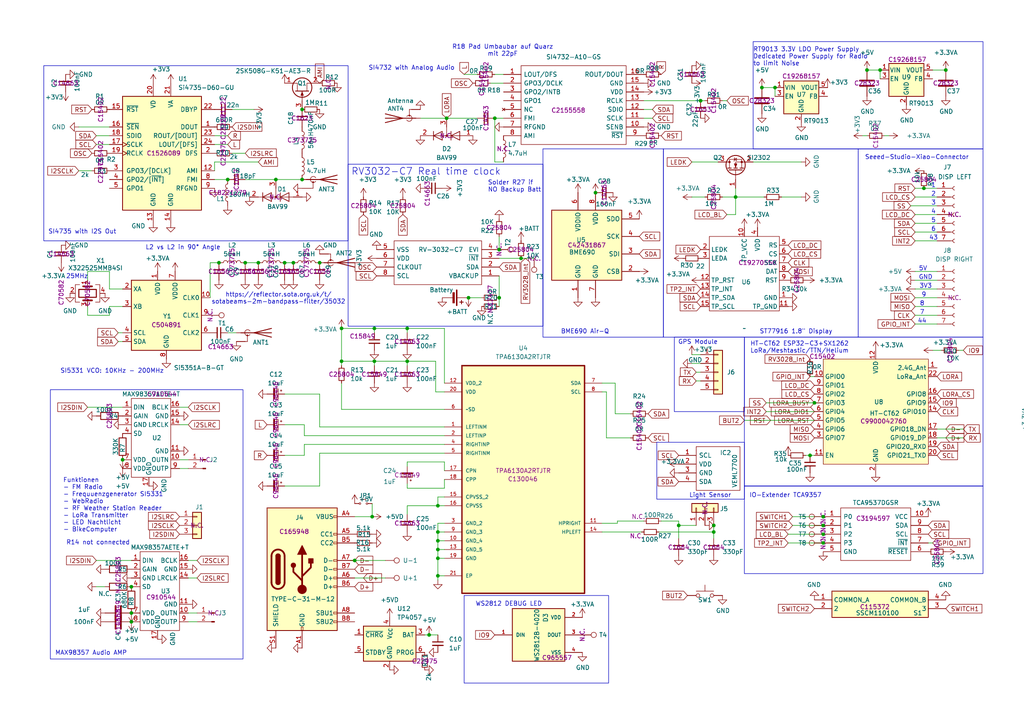
<source format=kicad_sch>
(kicad_sch (version 20250114) (generator "eeschema") (generator_version "9.0")
  (paper "A4")
  (title_block (title "SI473X AM/FM Receiver") (date "2025-09-13") (rev "1") (company "USPIZIG"))
  (lib_symbols
    (symbol "Battery_Management:TP4057"
      (property "Reference" "U" (at -6.35 6.604 0))
      (property "Value" "TP4057" (at 1.524 6.604 0))
      (symbol "TP4057_1_1"
        (pin open_collector line (at -10.16 2.54 0) (length 2.54) (name "~{CHRG}") (number "1"))
        (pin open_collector line (at -10.16 -2.54 0) (length 2.54) (name "STDBY") (number "5"))
        (pin power_in line (at 0 7.62 270) (length 2.54) (name "V_{CC}") (number "4"))
        (pin power_in line (at 0 -7.62 90) (length 2.54) (name "GND") (number "2"))
        (pin power_out line (at 10.16 2.54 180) (length 2.54) (name "BAT") (number "3"))
        (pin passive line (at 10.16 -2.54 180) (length 2.54) (name "PROG") (number "6"))
      )
    )
    (symbol "Connector:Conn_01x02_Pin" (pin_names (offset 1.016) (hide yes))
      (property "Reference" "J" (at 0 2.54 0))
      (property "Value" "Conn_01x02_Pin" (at 0 -5.08 0))
      (symbol "Conn_01x02_Pin_1_1"
        (pin passive line (at 5.08 0 180) (length 3.81) (name "Pin_1") (number "1"))
        (pin passive line (at 5.08 -2.54 180) (length 3.81) (name "Pin_2") (number "2"))
      )
    )
    (symbol "Connector:Conn_01x07_Socket" (pin_names (offset 1.016) (hide yes))
      (property "Reference" "J" (at 0 10.16 0))
      (property "Value" "Conn_01x07_Socket" (at 0 -10.16 0))
      (symbol "Conn_01x07_Socket_1_1"
        (pin passive line (at -5.08 7.62 0) (length 3.81) (name "Pin_1") (number "1"))
        (pin passive line (at -5.08 5.08 0) (length 3.81) (name "Pin_2") (number "2"))
        (pin passive line (at -5.08 2.54 0) (length 3.81) (name "Pin_3") (number "3"))
        (pin passive line (at -5.08 0 0) (length 3.81) (name "Pin_4") (number "4"))
        (pin passive line (at -5.08 -2.54 0) (length 3.81) (name "Pin_5") (number "5"))
        (pin passive line (at -5.08 -5.08 0) (length 3.81) (name "Pin_6") (number "6"))
        (pin passive line (at -5.08 -7.62 0) (length 3.81) (name "Pin_7") (number "7"))
      )
    )
    (symbol "Connector:TestPoint" (pin_numbers (hide yes)) (pin_names (offset 0.762) (hide yes))
      (property "Reference" "TP" (at 0 6.858 0))
      (property "Value" "TestPoint" (at 0 5.08 0))
      (symbol "TestPoint_1_1"
        (pin passive line (at 0 0 90) (length 2.54) (name "1") (number "1"))
      )
    )
    (symbol "Connector:USB_C_Receptacle_USB2.0_16P" (pin_names (offset 1.016))
      (property "Reference" "J" (at 0 22.225 0))
      (property "Value" "USB_C_Receptacle_USB2.0_16P" (at 0 19.685 0))
      (symbol "USB_C_Receptacle_USB2.0_16P_1_1"
        (pin passive line (at -7.62 -22.86 90) (length 5.08) (name "SHIELD") (number "S1"))
        (pin passive line (at 0 -22.86 90) (length 5.08) (name "GND") (number "A1"))
        (pin passive line (at 0 -22.86 90) (length 5.08) (hide yes) (name "GND") (number "A12"))
        (pin passive line (at 0 -22.86 90) (length 5.08) (hide yes) (name "GND") (number "B1"))
        (pin passive line (at 0 -22.86 90) (length 5.08) (hide yes) (name "GND") (number "B12"))
        (pin passive line (at 15.24 15.24 180) (length 5.08) (name "VBUS") (number "A4"))
        (pin passive line (at 15.24 15.24 180) (length 5.08) (hide yes) (name "VBUS") (number "A9"))
        (pin passive line (at 15.24 15.24 180) (length 5.08) (hide yes) (name "VBUS") (number "B4"))
        (pin passive line (at 15.24 15.24 180) (length 5.08) (hide yes) (name "VBUS") (number "B9"))
        (pin bidirectional line (at 15.24 10.16 180) (length 5.08) (name "CC1") (number "A5"))
        (pin bidirectional line (at 15.24 7.62 180) (length 5.08) (name "CC2") (number "B5"))
        (pin bidirectional line (at 15.24 2.54 180) (length 5.08) (name "D-") (number "A7"))
        (pin bidirectional line (at 15.24 0 180) (length 5.08) (name "D-") (number "B7"))
        (pin bidirectional line (at 15.24 -2.54 180) (length 5.08) (name "D+") (number "A6"))
        (pin bidirectional line (at 15.24 -5.08 180) (length 5.08) (name "D+") (number "B6"))
        (pin bidirectional line (at 15.24 -12.7 180) (length 5.08) (name "SBU1") (number "A8"))
        (pin bidirectional line (at 15.24 -15.24 180) (length 5.08) (name "SBU2") (number "B8"))
      )
    )
    (symbol "Connector_Generic:Conn_01x03" (pin_names (offset 1.016) (hide yes))
      (property "Reference" "J" (at 0 5.08 0))
      (property "Value" "Conn_01x03" (at 0 -5.08 0))
      (symbol "Conn_01x03_1_1"
        (pin passive line (at -5.08 2.54 0) (length 3.81) (name "Pin_1") (number "1"))
        (pin passive line (at -5.08 0 0) (length 3.81) (name "Pin_2") (number "2"))
        (pin passive line (at -5.08 -2.54 0) (length 3.81) (name "Pin_3") (number "3"))
      )
    )
    (symbol "Connector_Generic:Conn_01x05" (pin_names (offset 1.016) (hide yes))
      (property "Reference" "J" (at 0 7.62 0))
      (property "Value" "Conn_01x05" (at 0 -7.62 0))
      (symbol "Conn_01x05_1_1"
        (pin passive line (at -5.08 5.08 0) (length 3.81) (name "Pin_1") (number "1"))
        (pin passive line (at -5.08 2.54 0) (length 3.81) (name "Pin_2") (number "2"))
        (pin passive line (at -5.08 0 0) (length 3.81) (name "Pin_3") (number "3"))
        (pin passive line (at -5.08 -2.54 0) (length 3.81) (name "Pin_4") (number "4"))
        (pin passive line (at -5.08 -5.08 0) (length 3.81) (name "Pin_5") (number "5"))
      )
    )
    (symbol "Device:Antenna_Shield" (pin_numbers (hide yes)) (pin_names (offset 1.016) (hide yes))
      (property "Reference" "AE" (at -1.905 4.445 0))
      (property "Value" "Antenna_Shield" (at -1.905 2.54 0))
      (symbol "Antenna_Shield_1_1"
        (pin input line (at 0 -5.08 90) (length 2.54) (name "A") (number "1"))
        (pin input line (at 2.54 -5.08 90) (length 2.54) (name "Shield") (number "2"))
      )
    )
    (symbol "Device:Battery_Cell" (pin_numbers (hide yes)) (pin_names (offset 0) (hide yes))
      (property "Reference" "BT" (at 2.54 2.54 0))
      (property "Value" "Battery_Cell" (at 2.54 0 0))
      (symbol "Battery_Cell_1_1"
        (pin passive line (at 0 5.08 270) (length 2.54) (name "+") (number "1"))
        (pin passive line (at 0 -2.54 90) (length 2.54) (name "-") (number "2"))
      )
    )
    (symbol "Device:C" (pin_numbers (hide yes)) (pin_names (offset 0.254))
      (property "Reference" "C" (at 0.635 2.54 0))
      (property "Value" "C" (at 0.635 -2.54 0))
      (symbol "C_1_1"
        (pin passive line (at 0 3.81 270) (length 2.794) (name "~") (number "1"))
        (pin passive line (at 0 -3.81 90) (length 2.794) (name "~") (number "2"))
      )
    )
    (symbol "Device:C_Polarized_Small" (pin_numbers (hide yes)) (pin_names (offset 0.254) (hide yes))
      (property "Reference" "C" (at 0.254 1.778 0))
      (property "Value" "C_Polarized_Small" (at 0.254 -2.032 0))
      (symbol "C_Polarized_Small_1_1"
        (pin passive line (at 0 2.54 270) (length 1.8542) (name "~") (number "1"))
        (pin passive line (at 0 -2.54 90) (length 1.8542) (name "~") (number "2"))
      )
    )
    (symbol "Device:C_Small" (pin_numbers (hide yes)) (pin_names (offset 0.254) (hide yes))
      (property "Reference" "C" (at 0.254 1.778 0))
      (property "Value" "C_Small" (at 0.254 -2.032 0))
      (symbol "C_Small_1_1"
        (pin passive line (at 0 2.54 270) (length 2.032) (name "~") (number "1"))
        (pin passive line (at 0 -2.54 90) (length 2.032) (name "~") (number "2"))
      )
    )
    (symbol "Device:Crystal_GND24" (pin_names (offset 1.016) (hide yes))
      (property "Reference" "Y" (at 3.175 5.08 0))
      (property "Value" "Crystal_GND24" (at 3.175 3.175 0))
      (symbol "Crystal_GND24_1_1"
        (pin passive line (at -3.81 0 0) (length 1.27) (name "1") (number "1"))
        (pin passive line (at 0 5.08 270) (length 1.27) (name "2") (number "2"))
        (pin passive line (at 0 -5.08 90) (length 1.27) (name "4") (number "4"))
        (pin passive line (at 3.81 0 180) (length 1.27) (name "3") (number "3"))
      )
    )
    (symbol "Device:L" (pin_numbers (hide yes)) (pin_names (offset 1.016) (hide yes))
      (property "Reference" "L" (at -1.27 0 90))
      (property "Value" "L" (at 1.905 0 90))
      (symbol "L_1_1"
        (pin passive line (at 0 3.81 270) (length 1.27) (name "1") (number "1"))
        (pin passive line (at 0 -3.81 90) (length 1.27) (name "2") (number "2"))
      )
    )
    (symbol "Device:R" (pin_numbers (hide yes)) (pin_names (offset 0))
      (property "Reference" "R" (at 2.032 0 90))
      (property "Value" "R" (at 0 0 90))
      (symbol "R_1_1"
        (pin passive line (at 0 3.81 270) (length 1.27) (name "~") (number "1"))
        (pin passive line (at 0 -3.81 90) (length 1.27) (name "~") (number "2"))
      )
    )
    (symbol "Device:R_Small" (pin_numbers (hide yes)) (pin_names (offset 0.254) (hide yes))
      (property "Reference" "R" (at 0.762 0.508 0))
      (property "Value" "R_Small" (at 0.762 -1.016 0))
      (symbol "R_Small_1_1"
        (pin passive line (at 0 2.54 270) (length 0.762) (name "~") (number "1"))
        (pin passive line (at 0 -2.54 90) (length 0.762) (name "~") (number "2"))
      )
    )
    (symbol "Diode:BAV99" (pin_names (hide yes))
      (property "Reference" "D" (at 0 5.08 0))
      (property "Value" "BAV99" (at 0 2.54 0))
      (symbol "BAV99_1_1"
        (pin passive line (at -7.62 0 0) (length 2.54) (name "K") (number "1"))
        (pin passive line (at 0 -5.08 90) (length 2.54) (name "K") (number "3"))
        (pin passive line (at 7.62 0 180) (length 2.54) (name "A") (number "2"))
      )
    )
    (symbol "Jumper:Jumper_2_Small_Open" (pin_numbers (hide yes)) (pin_names (offset 0) (hide yes)) (exclude_from_sim yes)
      (property "Reference" "JP" (at 0 2.794 0))
      (property "Value" "Jumper_2_Small_Open" (at 0 -2.286 0))
      (symbol "Jumper_2_Small_Open_1_1"
        (pin passive line (at -2.54 0 0) (length 1.27) (name "A") (number "1"))
        (pin passive line (at 2.54 0 180) (length 1.27) (name "B") (number "2"))
      )
    )
    (symbol "MAX98357AETE+T:MAX98357A"
      (property "Reference" "U3" (at -3.175 2.54 0))
      (property "Value" "~" (at -3.175 0 0))
      (symbol "MAX98357A_1_1"
        (pin input line (at -11.43 -3.81 0) (length 2.54) (name "DIN") (number "1"))
        (pin input line (at -11.43 -6.35 0) (length 2.54) (name "GAIN") (number "2"))
        (pin power_in line (at -11.43 -8.89 0) (length 2.54) (name "GND") (number "3"))
        (pin bidirectional line (at -11.43 -11.43 0) (length 2.54) (name "SD") (number "4"))
        (pin bidirectional line (at -11.43 -13.97 0) (length 2.54) (hide yes) (name "N.C.") (number "5"))
        (pin bidirectional line (at -11.43 -16.51 0) (length 2.54) (hide yes) (name "N.C.") (number "6"))
        (pin power_in line (at -11.43 -19.05 0) (length 2.54) (name "VDD") (number "7"))
        (pin power_in line (at -11.43 -21.59 0) (length 2.54) (name "VDD") (number "8"))
        (pin power_in line (at -3.81 -26.67 90) (length 2.54) (name "GND") (number "17"))
        (pin input line (at 5.08 -3.81 180) (length 2.54) (name "BCLK") (number "16"))
        (pin power_in line (at 5.08 -6.35 180) (length 2.54) (name "GND") (number "15"))
        (pin input line (at 5.08 -8.89 180) (length 2.54) (name "LRCLK") (number "14"))
        (pin bidirectional line (at 5.08 -11.43 180) (length 2.54) (hide yes) (name "N.C.") (number "13"))
        (pin bidirectional line (at 5.08 -13.97 180) (length 2.54) (hide yes) (name "N.C.") (number "12"))
        (pin power_in line (at 5.08 -16.51 180) (length 2.54) (name "GND") (number "11"))
        (pin input line (at 5.08 -19.05 180) (length 2.54) (name "OUTN") (number "10"))
        (pin input line (at 5.08 -21.59 180) (length 2.54) (name "OUTP") (number "9"))
      )
    )
    (symbol "MLX90640ESF-BAB-000-SP:MLX90640ESF-BAB-000-SP"
      (property "Reference" "IC" (at 21.59 15.24 0))
      (property "Value" "MLX90640ESF-BAB-000-SP" (at 21.59 12.7 0))
      (symbol "MLX90640ESF-BAB-000-SP_1_1"
        (pin passive line (at 0 0 0) (length 5.08) (name "SDA") (number "1"))
        (pin passive line (at 12.7 15.24 270) (length 5.08) (name "SCL") (number "4"))
        (pin passive line (at 12.7 -15.24 90) (length 5.08) (name "VDD") (number "2"))
        (pin passive line (at 25.4 0 180) (length 5.08) (name "GND") (number "3"))
      )
    )
    (symbol "Oscillator:Si5351A-B-GT"
      (property "Reference" "Y" (at -8.89 11.43 0))
      (property "Value" "Si5351A-B-GT" (at -12.7 -12.7 0))
      (symbol "Si5351A-B-GT_1_1"
        (pin input line (at -12.7 7.62 0) (length 2.54) (name "XA") (number "2"))
        (pin input line (at -12.7 2.54 0) (length 2.54) (name "XB") (number "3"))
        (pin input line (at -12.7 -5.08 0) (length 2.54) (name "SCL") (number "4"))
        (pin bidirectional line (at -12.7 -7.62 0) (length 2.54) (name "SDA") (number "5"))
        (pin power_in line (at -2.54 12.7 270) (length 2.54) (name "VDD") (number "1"))
        (pin power_in line (at 0 -12.7 90) (length 2.54) (name "GND") (number "8"))
        (pin power_in line (at 2.54 12.7 270) (length 2.54) (name "VDDO") (number "7"))
        (pin output line (at 12.7 5.08 180) (length 2.54) (name "CLK0") (number "10"))
        (pin output line (at 12.7 0 180) (length 2.54) (name "CLK1") (number "9"))
        (pin output line (at 12.7 -5.08 180) (length 2.54) (name "CLK2") (number "6"))
      )
    )
    (symbol "RF_AM_FM:Si4735-D60-GU" (pin_names (offset 1.016))
      (property "Reference" "U" (at -5.08 19.685 0))
      (property "Value" "Si4735-D60-GU" (at -5.08 17.78 0))
      (symbol "Si4735-D60-GU_1_1"
        (pin input line (at -15.24 12.7 0) (length 3.81) (name "~{RST}") (number "15"))
        (pin input line (at -15.24 7.62 0) (length 3.81) (name "~{SEN}") (number "16"))
        (pin bidirectional line (at -15.24 5.08 0) (length 3.81) (name "SDIO") (number "18"))
        (pin input clock (at -15.24 2.54 0) (length 3.81) (name "SCLK") (number "17"))
        (pin input clock (at -15.24 0 0) (length 3.81) (name "RCLK") (number "19"))
        (pin bidirectional line (at -15.24 -5.08 0) (length 3.81) (name "GPO3/[DCLK]") (number "3"))
        (pin output line (at -15.24 -7.62 0) (length 3.81) (name "GPO2/[~{INT}]") (number "4"))
        (pin output line (at -15.24 -10.16 0) (length 3.81) (name "GPO1") (number "5"))
        (pin no_connect line (at -11.43 -12.7 0) (length 3.81) (hide yes) (name "NC") (number "6"))
        (pin no_connect line (at -5.08 -16.51 90) (length 3.81) (hide yes) (name "NC") (number "10"))
        (pin power_in line (at -2.54 20.32 270) (length 3.81) (name "VD") (number "20"))
        (pin power_in line (at -2.54 -20.32 90) (length 3.81) (name "GND") (number "13"))
        (pin power_in line (at 2.54 20.32 270) (length 3.81) (name "VA") (number "21"))
        (pin power_in line (at 2.54 -20.32 90) (length 3.81) (name "GND") (number "14"))
        (pin no_connect line (at 5.08 -16.51 90) (length 3.81) (hide yes) (name "NC") (number "11"))
        (pin no_connect line (at 11.43 -12.7 180) (length 3.81) (hide yes) (name "NC") (number "7"))
        (pin passive line (at 15.24 12.7 180) (length 3.81) (name "DBYP") (number "22"))
        (pin output line (at 15.24 7.62 180) (length 3.81) (name "DOUT") (number "1"))
        (pin output line (at 15.24 5.08 180) (length 3.81) (name "ROUT/[DOUT]") (number "23"))
        (pin bidirectional line (at 15.24 2.54 180) (length 3.81) (name "LOUT/[DFS]") (number "24"))
        (pin input line (at 15.24 0 180) (length 3.81) (name "DFS") (number "2"))
        (pin input line (at 15.24 -5.08 180) (length 3.81) (name "AMI") (number "12"))
        (pin input line (at 15.24 -7.62 180) (length 3.81) (name "FMI") (number "8"))
        (pin power_in line (at 15.24 -10.16 180) (length 3.81) (name "RFGND") (number "9"))
      )
    )
    (symbol "RF_Module:HT-CT62"
      (property "Reference" "U" (at 0 0 0))
      (property "Value" "HT-CT62" (at 10.16 17.78 0))
      (symbol "HT-CT62_1_1"
        (pin bidirectional line (at -17.78 10.16 0) (length 2.54) (name "GPIO0") (number "10"))
        (pin bidirectional line (at -17.78 7.62 0) (length 2.54) (name "GPIO1") (number "9"))
        (pin bidirectional line (at -17.78 5.08 0) (length 2.54) (name "GPIO2") (number "8"))
        (pin bidirectional line (at -17.78 2.54 0) (length 2.54) (name "GPIO3") (number "7"))
        (pin bidirectional line (at -17.78 0 0) (length 2.54) (name "GPIO4") (number "6"))
        (pin bidirectional line (at -17.78 -2.54 0) (length 2.54) (name "GPIO5") (number "5"))
        (pin bidirectional line (at -17.78 -5.08 0) (length 2.54) (name "GPIO6") (number "4"))
        (pin bidirectional line (at -17.78 -7.62 0) (length 2.54) (name "GPIO7") (number "3"))
        (pin input line (at -17.78 -12.7 0) (length 2.54) (name "EN") (number "11"))
        (pin power_in line (at 0 17.78 270) (length 2.54) (name "VDD") (number "12"))
        (pin passive line (at 0 -17.78 90) (length 2.54) (hide yes) (name "GND") (number "13"))
        (pin power_in line (at 0 -17.78 90) (length 2.54) (name "GND") (number "2"))
        (pin passive line (at 0 -17.78 90) (length 2.54) (hide yes) (name "GND") (number "21"))
        (pin bidirectional line (at 17.78 12.7 180) (length 2.54) (name "2.4G_Ant") (number "1"))
        (pin bidirectional line (at 17.78 10.16 180) (length 2.54) (name "LoRa_Ant") (number "22"))
        (pin bidirectional line (at 17.78 5.08 180) (length 2.54) (name "GPIO8") (number "16"))
        (pin bidirectional line (at 17.78 2.54 180) (length 2.54) (name "GPIO9") (number "15"))
        (pin bidirectional line (at 17.78 0 180) (length 2.54) (name "GPIO10") (number "14"))
        (pin bidirectional line (at 17.78 -5.08 180) (length 2.54) (name "GPIO18_DN") (number "17"))
        (pin bidirectional line (at 17.78 -7.62 180) (length 2.54) (name "GPIO19_DP") (number "18"))
        (pin bidirectional line (at 17.78 -10.16 180) (length 2.54) (name "GPIO20_RXD") (number "19"))
        (pin bidirectional line (at 17.78 -12.7 180) (length 2.54) (name "GPIO21_TXD") (number "20"))
      )
    )
    (symbol "RV-3032-C7_32.768kHz-2.5PPM-TA:RV-3032-C7_32.768kHz-2.5PPM-TA-QA" (pin_names (offset 0.762))
      (property "Reference" "Y" (at 31.75 7.62 0))
      (property "Value" "RV-3032-C7_32.768kHz-2.5PPM-TA-QA" (at 31.75 5.08 0))
      (symbol "RV-3032-C7_32.768kHz-2.5PPM-TA-QA_0_0"
        (pin passive line (at 0 0 0) (length 5.08) (name "VBACKUP") (number "1"))
        (pin passive line (at 0 -2.54 0) (length 5.08) (name "SDA") (number "2"))
        (pin passive line (at 0 -5.08 0) (length 5.08) (name "~{INT}") (number "3"))
        (pin passive line (at 0 -7.62 0) (length 5.08) (name "EVI") (number "4"))
        (pin passive line (at 35.56 0 180) (length 5.08) (name "SCL") (number "8"))
        (pin passive line (at 35.56 -2.54 180) (length 5.08) (name "CLKOUT") (number "7"))
        (pin passive line (at 35.56 -5.08 180) (length 5.08) (name "VDD") (number "6"))
        (pin passive line (at 35.56 -7.62 180) (length 5.08) (name "VSS") (number "5"))
      )
    )
    (symbol "Regulator_Linear:TPS72201" (pin_names (offset 0.254))
      (property "Reference" "U" (at -3.81 5.715 0))
      (property "Value" "TPS72201" (at 0 5.715 0))
      (symbol "TPS72201_1_1"
        (pin power_in line (at -7.62 2.54 0) (length 2.54) (name "VIN") (number "1"))
        (pin input line (at -7.62 0 0) (length 2.54) (name "EN") (number "3"))
        (pin power_in line (at 0 -7.62 90) (length 2.54) (name "GND") (number "2"))
        (pin power_out line (at 7.62 2.54 180) (length 2.54) (name "VOUT") (number "5"))
        (pin input line (at 7.62 0 180) (length 2.54) (name "FB") (number "4"))
      )
    )
    (symbol "SI4732-A10-GS:SI4732-A10-GS" (pin_names (offset 0.762))
      (property "Reference" "IC" (at 36.83 7.62 0))
      (property "Value" "SI4732-A10-GS" (at 36.83 5.08 0))
      (symbol "SI4732-A10-GS_0_0"
        (pin passive line (at 0 0 0) (length 5.08) (name "LOUT/DFS") (number "1"))
        (pin passive line (at 0 -2.54 0) (length 5.08) (name "GPO3/DCLK") (number "2"))
        (pin passive line (at 0 -5.08 0) (length 5.08) (name "GPO2/INTB") (number "3"))
        (pin passive line (at 0 -7.62 0) (length 5.08) (name "GPO1") (number "4"))
        (pin no_connect line (at 0 -10.16 0) (length 5.08) (name "NC") (number "5"))
        (pin passive line (at 0 -12.7 0) (length 5.08) (name "FMI") (number "6"))
        (pin passive line (at 0 -15.24 0) (length 5.08) (name "RFGND") (number "7"))
        (pin passive line (at 0 -17.78 0) (length 5.08) (name "AMI") (number "8"))
        (pin passive line (at 40.64 0 180) (length 5.08) (name "ROUT/DOUT") (number "16"))
        (pin passive line (at 40.64 -2.54 180) (length 5.08) (name "GND") (number "15"))
        (pin passive line (at 40.64 -5.08 180) (length 5.08) (name "VDD") (number "14"))
        (pin passive line (at 40.64 -7.62 180) (length 5.08) (name "RCLK") (number "13"))
        (pin passive line (at 40.64 -10.16 180) (length 5.08) (name "SDIO") (number "12"))
        (pin passive line (at 40.64 -12.7 180) (length 5.08) (name "SCLK") (number "11"))
        (pin passive line (at 40.64 -15.24 180) (length 5.08) (name "SENB") (number "10"))
        (pin passive line (at 40.64 -17.78 180) (length 5.08) (name "~{RST}") (number "9"))
      )
    )
    (symbol "SSCM110100:SSCM110100"
      (property "Reference" "S" (at 34.29 7.62 0))
      (property "Value" "SSCM110100" (at 34.29 5.08 0))
      (symbol "SSCM110100_1_1"
        (pin passive line (at 0 0 0) (length 5.08) (name "COMMON_A") (number "1"))
        (pin passive line (at 0 -2.54 0) (length 5.08) (name "2") (number "2"))
        (pin passive line (at 38.1 0 180) (length 5.08) (name "COMMON_B") (number "4"))
        (pin passive line (at 38.1 -2.54 180) (length 5.08) (name "3") (number "3"))
      )
    )
    (symbol "Sensor:BME680"
      (property "Reference" "U" (at -8.89 11.43 0))
      (property "Value" "BME680" (at 7.62 11.43 0))
      (symbol "BME680_1_1"
        (pin power_in line (at -2.54 15.24 270) (length 5.08) (name "VDDIO") (number "6"))
        (pin power_in line (at -2.54 -15.24 90) (length 5.08) (name "GND") (number "1"))
        (pin power_in line (at 2.54 15.24 270) (length 5.08) (name "VDD") (number "8"))
        (pin power_in line (at 2.54 -15.24 90) (length 5.08) (name "GND") (number "7"))
        (pin bidirectional line (at 15.24 7.62 180) (length 5.08) (name "SDO") (number "5"))
        (pin input line (at 15.24 2.54 180) (length 5.08) (name "SCK") (number "4"))
        (pin bidirectional line (at 15.24 -2.54 180) (length 5.08) (name "SDI") (number "3"))
        (pin input line (at 15.24 -7.62 180) (length 5.08) (name "CSB") (number "2"))
      )
    )
    (symbol "Sensor_Motion:LSM6DS3"
      (property "Reference" "U" (at -11.43 15.24 0))
      (property "Value" "LSM6DS3" (at -11.43 12.7 0))
      (symbol "LSM6DS3_1_1"
        (pin bidirectional line (at -15.24 7.62 0) (length 2.54) (name "SDO/SA0") (number "1"))
        (pin bidirectional line (at -15.24 5.08 0) (length 2.54) (name "SDX") (number "2"))
        (pin input line (at -15.24 2.54 0) (length 2.54) (name "SCX") (number "3"))
        (pin bidirectional line (at -15.24 -2.54 0) (length 2.54) (name "SDA") (number "14"))
        (pin input line (at -15.24 -5.08 0) (length 2.54) (name "SCL") (number "13"))
        (pin input line (at -15.24 -7.62 0) (length 2.54) (name "CS") (number "12"))
        (pin power_in line (at 0 15.24 270) (length 2.54) (name "VDDIO") (number "5"))
        (pin power_in line (at 0 -15.24 90) (length 2.54) (name "GND") (number "6"))
        (pin passive line (at 0 -15.24 90) (length 2.54) (hide yes) (name "GND") (number "7"))
        (pin power_in line (at 2.54 15.24 270) (length 2.54) (name "VDD") (number "8"))
        (pin no_connect line (at 12.7 -2.54 180) (length 3.81) (hide yes) (name "NC") (number "11"))
        (pin no_connect line (at 12.7 -5.08 180) (length 3.81) (hide yes) (name "NC") (number "10"))
        (pin output line (at 15.24 7.62 180) (length 2.54) (name "INT1") (number "4"))
        (pin output line (at 15.24 5.08 180) (length 2.54) (name "INT2") (number "9"))
      )
    )
    (symbol "Switch:SW_Push" (pin_numbers (hide yes)) (pin_names (offset 1.016) (hide yes))
      (property "Reference" "SW" (at 1.27 2.54 0))
      (property "Value" "SW_Push" (at 0 -1.524 0))
      (symbol "SW_Push_0_1"
        (pin passive line (at -5.08 0 0) (length 2.54) (name "1") (number "1"))
        (pin passive line (at 5.08 0 180) (length 2.54) (name "2") (number "2"))
      )
    )
    (symbol "TCA9537DGSR:TCA9537DGSR" (pin_names (offset 0.762))
      (property "Reference" "IC" (at 26.67 7.62 0))
      (property "Value" "TCA9537DGSR" (at 26.67 5.08 0))
      (symbol "TCA9537DGSR_0_0"
        (pin passive line (at 0 0 0) (length 5.08) (name "P0") (number "1"))
        (pin passive line (at 0 -2.54 0) (length 5.08) (name "P1") (number "2"))
        (pin passive line (at 0 -5.08 0) (length 5.08) (name "P2") (number "3"))
        (pin passive line (at 0 -7.62 0) (length 5.08) (name "P3") (number "4"))
        (pin passive line (at 0 -10.16 0) (length 5.08) (name "GND") (number "5"))
        (pin passive line (at 30.48 0 180) (length 5.08) (name "VCC") (number "10"))
        (pin passive line (at 30.48 -2.54 180) (length 5.08) (name "SDA") (number "9"))
        (pin passive line (at 30.48 -5.08 180) (length 5.08) (name "SCL") (number "8"))
        (pin passive line (at 30.48 -7.62 180) (length 5.08) (name "~{INT}") (number "7"))
        (pin passive line (at 30.48 -10.16 180) (length 5.08) (name "~{RESET}") (number "6"))
      )
    )
    (symbol "Transistor_FET:2N7002" (pin_names (hide yes))
      (property "Reference" "Q" (at 5.08 1.905 0))
      (property "Value" "2N7002" (at 5.08 0 0))
      (symbol "2N7002_1_1"
        (pin input line (at -5.08 0 0) (length 2.54) (name "G") (number "1"))
        (pin passive line (at 2.54 5.08 270) (length 2.54) (name "D") (number "3"))
        (pin passive line (at 2.54 -5.08 90) (length 2.54) (name "S") (number "2"))
      )
    )
    (symbol "Transistor_FET:MMBFJ111" (pin_names (hide yes))
      (property "Reference" "Q" (at 5.08 1.905 0))
      (property "Value" "MMBFJ111" (at 5.08 0 0))
      (symbol "MMBFJ111_1_1"
        (pin input line (at -5.08 0 0) (length 2.54) (name "G") (number "3"))
        (pin passive line (at 2.54 5.08 270) (length 2.54) (name "D") (number "1"))
        (pin passive line (at 2.54 -5.08 90) (length 2.54) (name "S") (number "2"))
      )
    )
    (symbol "VEML7700-TR:VEML7700-TR" (pin_names (offset 0.762))
      (property "Reference" "IC" (at 19.05 7.62 0))
      (property "Value" "VEML7700-TR" (at 19.05 5.08 0))
      (symbol "VEML7700-TR_0_0"
        (pin passive line (at 0 0 0) (length 5.08) (name "SCL") (number "1"))
        (pin power_in line (at 0 -2.54 0) (length 5.08) (name "VDD") (number "2"))
        (pin power_in line (at 0 -5.08 0) (length 5.08) (name "GND") (number "3"))
        (pin passive line (at 0 -7.62 0) (length 5.08) (name "SDA") (number "4"))
      )
    )
    (symbol "WS2812B-4020:WS2812B-4020" (pin_names (offset 1.016))
      (property "Reference" "D" (at -7.62 8.128 0))
      (property "Value" "WS2812B-4020" (at -7.62 -10.16 0))
      (symbol "WS2812B-4020_0_0"
        (pin input line (at -12.7 0 0) (length 5.08) (name "DIN") (number "1"))
        (pin power_in line (at 12.7 5.08 180) (length 5.08) (name "VDD") (number "2"))
        (pin output line (at 12.7 0 180) (length 5.08) (name "DOUT") (number "3"))
        (pin power_in line (at 12.7 -5.08 180) (length 5.08) (name "VSS") (number "4"))
      )
    )
    (symbol "gc9a01_Touch:GC9A01_CST8161T_Touch"
      (property "Reference" "U" (at -3.302 -3.048 0))
      (symbol "GC9A01_CST8161T_Touch_1_1"
        (pin power_in line (at -16.51 3.81 0) (length 2.54) (name "LEDK") (number "2"))
        (pin power_in line (at -16.51 1.27 0) (length 2.54) (name "LEDA") (number "3"))
        (pin bidirectional line (at -16.51 -5.08 0) (length 2.54) (name "TP_RST") (number "12"))
        (pin bidirectional line (at -16.51 -7.62 0) (length 2.54) (name "TP_INT") (number "13"))
        (pin bidirectional line (at -16.51 -10.16 0) (length 2.54) (name "TP_SDA") (number "14"))
        (pin bidirectional line (at -16.51 -12.7 0) (length 2.54) (name "TP_SCL") (number "15"))
        (pin power_in line (at -3.81 10.16 270) (length 2.54) (name "TP_VCC") (number "10"))
        (pin power_in line (at 0 10.16 270) (length 2.54) (name "VDD") (number "4"))
        (pin bidirectional line (at 8.89 5.08 180) (length 2.54) (name "RS") (number "5"))
        (pin bidirectional line (at 8.89 2.54 180) (length 2.54) (name "CS") (number "6"))
        (pin bidirectional line (at 8.89 0 180) (length 2.54) (name "SCK") (number "7"))
        (pin bidirectional line (at 8.89 -2.54 180) (length 2.54) (name "DAT") (number "8"))
        (pin bidirectional line (at 8.89 -5.08 180) (length 2.54) (name "RST") (number "9"))
        (pin power_in line (at 8.89 -10.16 180) (length 2.54) (name "GND") (number "1"))
        (pin power_in line (at 8.89 -12.7 180) (length 2.54) (name "TP_GND") (number "11"))
      )
    )
    (symbol "power:+3.3VA" (power) (pin_numbers (hide yes)) (pin_names (offset 0) (hide yes))
      (property "Value" "+3.3VA" (at 0 3.556 0))
      (symbol "+3.3VA_1_1"
        (pin power_in line (at 0 0 90) (length 0) (name "~") (number "1"))
      )
    )
    (symbol "power:+3V3" (power) (pin_names (offset 0))
      (property "Value" "+3V3" (at 0 3.556 0))
      (symbol "+3V3_1_1"
        (pin power_in line (at 0 0 90) (length 0) (hide yes) (name "+3V3") (number "1"))
      )
    )
    (symbol "power:+5V" (power) (pin_names (offset 0))
      (property "Value" "+5V" (at 0 3.556 0))
      (symbol "+5V_1_1"
        (pin power_in line (at 0 0 90) (length 0) (hide yes) (name "+5V") (number "1"))
      )
    )
    (symbol "power:+5VD" (power) (pin_numbers (hide yes)) (pin_names (offset 0) (hide yes))
      (property "Value" "+5VD" (at 0 3.556 0))
      (symbol "+5VD_1_1"
        (pin power_in line (at 0 0 90) (length 0) (name "~") (number "1"))
      )
    )
    (symbol "power:+BATT" (power) (pin_numbers (hide yes)) (pin_names (offset 0) (hide yes))
      (property "Value" "+BATT" (at 0 3.556 0))
      (symbol "+BATT_1_1"
        (pin power_in line (at 0 0 90) (length 0) (name "~") (number "1"))
      )
    )
    (symbol "power:GND" (power) (pin_names (offset 0))
      (property "Value" "GND" (at 0 -3.81 0))
      (symbol "GND_1_1"
        (pin power_in line (at 0 0 270) (length 0) (hide yes) (name "GND") (number "1"))
      )
    )
    (symbol "si4684:TPA6130A2RTJTG4" (pin_names (offset 1.016))
      (property "Reference" "U2" (at 0 35.56 0))
      (property "Value" "TPA6130A2RTJTG4" (at 0 33.02 0))
      (symbol "TPA6130A2RTJTG4_0_0"
        (pin power_in line (at -22.86 25.4 0) (length 5.08) (name "VDD_2") (number "12"))
        (pin power_in line (at -22.86 22.86 0) (length 5.08) (name "VDD") (number "20"))
        (pin input line (at -22.86 17.78 0) (length 5.08) (name "~SD") (number "6"))
        (pin input line (at -22.86 12.7 0) (length 5.08) (name "LEFTINM") (number "1"))
        (pin input line (at -22.86 10.16 0) (length 5.08) (name "LEFTINP") (number "2"))
        (pin input line (at -22.86 7.62 0) (length 5.08) (name "RIGHTINP") (number "4"))
        (pin input line (at -22.86 5.08 0) (length 5.08) (name "RIGHTINM") (number "5"))
        (pin power_in line (at -22.86 0 0) (length 5.08) (name "CPN") (number "17"))
        (pin power_in line (at -22.86 -2.54 0) (length 5.08) (name "CPP") (number "18"))
        (pin power_in line (at -22.86 -7.62 0) (length 5.08) (name "CPVSS_2") (number "15"))
        (pin power_in line (at -22.86 -10.16 0) (length 5.08) (name "CPVSS") (number "16"))
        (pin passive line (at -22.86 -15.24 0) (length 5.08) (name "GND_2") (number "3"))
        (pin passive line (at -22.86 -17.78 0) (length 5.08) (name "GND_3") (number "9"))
        (pin passive line (at -22.86 -20.32 0) (length 5.08) (name "GND_4") (number "10"))
        (pin passive line (at -22.86 -22.86 0) (length 5.08) (name "GND_5") (number "13"))
        (pin passive line (at -22.86 -25.4 0) (length 5.08) (name "GND") (number "19"))
        (pin passive line (at -22.86 -30.48 0) (length 5.08) (name "EP") (number "21"))
        (pin bidirectional line (at 22.86 25.4 180) (length 5.08) (name "SDA") (number "7"))
        (pin input line (at 22.86 22.86 180) (length 5.08) (name "SCL") (number "8"))
        (pin output line (at 22.86 -15.24 180) (length 5.08) (name "HPRIGHT") (number "11"))
        (pin output line (at 22.86 -17.78 180) (length 5.08) (name "HPLEFT") (number "14"))
      )
    )
  )
  (rectangle (start 215.9 140.97) (end 285.115 166.37))
  (rectangle (start 190.5 128.27) (end 215.9 144.78))
  (rectangle (start 218.44 12.065) (end 285.115 43.18))
  (rectangle (start 134.62 172.72) (end 176.53 198.12))
  (rectangle (start 192.405 43.18) (end 248.92 97.79))
  (rectangle (start 195.58 97.79) (end 215.9 119.38))
  (rectangle (start 100.965 47.625) (end 157.48 94.615))
  (rectangle (start 157.48 43.18) (end 192.405 97.79))
  (rectangle (start 12.7 19.05) (end 100.965 69.85))
  (rectangle (start 215.9 97.79) (end 285.115 140.97))
  (rectangle (start 248.92 43.18) (end 285.115 97.79))
  (rectangle (start 14.605 113.03) (end 70.485 191.135))
  (text "I2C Address\n- LSM6 6B\n- SI5351 0x60 !!!\n- BQ25186 0X6A\n- TPA6130 0x60!!!!\n- SI4735 0x11 oder 0x63\n- SI4732 0x11  \n- TCA9537 0x49" (at 302.26 142.748 0) (effects (font (size 1.27 1.27)) (justify left)))
  (text "2" (at 270.764 56.388 0) (effects (font (size 1.27 1.27))))
  (text "RT9013 3.3V LDO Power Supply\nDedicated Power Supply for Radio\nto limit Noise" (at 218.44 16.51 0) (effects (font (size 1.27 1.27)) (justify left)))
  (text "SI4732 with Analog Audio" (at 119.38 19.812 0) (effects (font (size 1.27 1.27))))
  (text "Solder R27 if \nNO Backup Batt" (at 141.478 55.88 0) (effects (font (size 1.27 1.27)) (justify left bottom)))
  (text "R14 not connected" (at 28.448 157.48 0) (effects (font (size 1.27 1.27))))
  (text "1" (at 270.764 53.848 0) (effects (font (size 1.27 1.27))))
  (text "MAX98357 Audio AMP" (at 26.416 189.484 0) (effects (font (size 1.27 1.27))))
  (text "3V3" (at 268.478 83.058 0) (effects (font (size 1.27 1.27))))
  (text "5V" (at 267.716 77.978 0) (effects (font (size 1.27 1.27))))
  (text "Funktionen\n- FM Radio\n- Frequuenzgenerator SI5331\n- WebRadio\n- RF Weather Station Reader\n- LoRa Transmitter\n- LED Nachtlicht\n- BikeComputer" (at 18.288 146.558 0) (effects (font (size 1.27 1.27)) (justify left)))
  (text "Light Sensor" (at 205.994 143.764 0) (effects (font (size 1.27 1.27))))
  (text "3" (at 270.764 58.928 0) (effects (font (size 1.27 1.27))))
  (text "9" (at 267.97 85.598 0) (effects (font (size 1.27 1.27))))
  (text "WS2812 DEBUG LED" (at 147.574 175.26 0) (effects (font (size 1.27 1.27))))
  (text "5" (at 270.764 64.008 0) (effects (font (size 1.27 1.27))))
  (text "Seeed-Studio-Xiao-Connector" (at 265.938 45.72 0) (effects (font (size 1.27 1.27))))
  (text "IO-Extender TCA9357" (at 227.838 143.764 0) (effects (font (size 1.27 1.27))))
  (text "RV3032-C7 Real time clock" (at 101.854 51.054 0) (effects (font (size 2 2)) (justify left bottom)))
  (text "44" (at 267.462 93.218 0) (effects (font (size 1.27 1.27))))
  (text "SI5331 VCO: 10KHz - 200MHz" (at 32.512 107.696 0) (effects (font (size 1.27 1.27))))
  (text "https://reflector.sota.org.uk/t/\nsotabeams-2m-bandpass-filter/35032" (at 80.772 86.614 0) (effects (font (size 1.27 1.27))))
  (text "BME690 Air-Q" (at 169.672 96.266 0) (effects (font (size 1.27 1.27))))
  (text "4" (at 270.764 61.468 0) (effects (font (size 1.27 1.27))))
  (text "8" (at 267.462 88.138 0) (effects (font (size 1.27 1.27))))
  (text "43" (at 270.764 69.088 0) (effects (font (size 1.27 1.27))))
  (text "7" (at 267.462 90.678 0) (effects (font (size 1.27 1.27))))
  (text "HT-CT62 ESP32-C3+SX1262\nLoRa/Meshtastic/TTN/Helium" (at 231.902 100.838 0) (effects (font (size 1.27 1.27))))
  (text "25MHz" (at 22.352 80.264 0) (effects (font (size 1.27 1.27))))
  (text "L2 vs L2 in 90° Angle" (at 53.086 71.882 0) (effects (font (size 1.27 1.27))))
  (text "SI4735 with I2S Out" (at 23.876 67.31 0) (effects (font (size 1.27 1.27))))
  (text "GND" (at 268.478 80.518 0) (effects (font (size 1.27 1.27))))
  (text "R18 Pad Umbaubar auf Quarz\nmit 22pF" (at 145.796 14.732 0) (effects (font (size 1.27 1.27))))
  (text "ST77916 1.8\" Display" (at 230.886 96.266 0) (effects (font (size 1.27 1.27))))
  (text "GPS Module" (at 202.438 99.314 0) (effects (font (size 1.27 1.27))))
  (text "6" (at 270.764 66.548 0) (effects (font (size 1.27 1.27))))
  (junction (at 63.5 76.2))
  (junction (at 144.78 72.39))
  (junction (at 234.95 132.08))
  (junction (at 144.78 86.36))
  (junction (at 85.09 76.2))
  (junction (at 207.01 152.4))
  (junction (at 196.85 152.4))
  (junction (at 267.97 54.61))
  (junction (at 151.13 74.93))
  (junction (at 224.79 25.4))
  (junction (at 127 156.845))
  (junction (at 124.46 184.15))
  (junction (at 108.585 95.25))
  (junction (at 99.06 95.25))
  (junction (at 82.55 76.2))
  (junction (at 87.63 31.75))
  (junction (at 71.12 76.2))
  (junction (at 66.04 52.07))
  (junction (at 238.76 152.4))
  (junction (at 118.11 104.775))
  (junction (at 38.1 180.34))
  (junction (at 238.76 154.94))
  (junction (at 118.11 95.25))
  (junction (at 238.76 157.48))
  (junction (at 236.22 116.84))
  (junction (at 238.76 149.86))
  (junction (at 127 159.385))
  (junction (at 129.54 34.29))
  (junction (at 35.56 133.35))
  (junction (at 87.63 52.07))
  (junction (at 220.98 25.4))
  (junction (at 213.36 57.15))
  (junction (at 38.1 170.18))
  (junction (at 127 167.005))
  (junction (at 255.27 20.32))
  (junction (at 203.2 29.21))
  (junction (at 92.71 76.2))
  (junction (at 251.46 20.32))
  (junction (at 135.89 86.36))
  (junction (at 38.1 177.8))
  (junction (at 102.87 162.56))
  (junction (at 74.93 76.2))
  (junction (at 274.32 20.32))
  (junction (at 143.51 34.29))
  (junction (at 99.06 104.775))
  (junction (at 127 146.685))
  (junction (at 172.72 55.88))
  (junction (at 127 154.305))
  (junction (at 127 161.925))
  (junction (at 108.585 104.775))
  (junction (at 207.01 154.305))
  (junction (at 107.95 149.86))
  (junction (at 80.01 52.07))
  (wire (pts (xy 124.46 184.15) (xy 127 184.15)))
  (wire (pts (xy 210.82 62.23) (xy 213.36 62.23)))
  (wire (pts (xy 118.11 133.985) (xy 118.11 135.255)))
  (wire (pts (xy 186.69 34.29) (xy 189.23 34.29)))
  (wire (pts (xy 66.04 96.52) (xy 68.58 96.52)))
  (wire (pts (xy 265.43 54.61) (xy 267.97 54.61)))
  (wire (pts (xy 92.71 123.825) (xy 92.71 114.3)))
  (wire (pts (xy 174.625 111.125) (xy 178.435 111.125)))
  (wire (pts (xy 270.51 101.6) (xy 273.05 101.6)))
  (wire (pts (xy 34.29 99.06) (xy 35.56 99.06)))
  (wire (pts (xy 209.55 57.15) (xy 213.36 57.15)))
  (wire (pts (xy 222.25 119.38) (xy 236.22 119.38)))
  (wire (pts (xy 71.12 76.2) (xy 74.93 76.2)))
  (wire (pts (xy 233.68 132.08) (xy 234.95 132.08)))
  (wire (pts (xy 186.69 29.21) (xy 203.2 29.21)))
  (wire (pts (xy 25.4 118.11) (xy 35.56 118.11)))
  (wire (pts (xy 31.75 88.9) (xy 31.75 91.44)))
  (wire (pts (xy 67.31 44.45) (xy 71.12 44.45)))
  (wire (pts (xy 66.04 39.37) (xy 62.23 39.37)))
  (wire (pts (xy 129.54 34.29) (xy 138.43 34.29)))
  (wire (pts (xy 229.87 149.86) (xy 238.76 149.86)))
  (wire (pts (xy 52.07 133.35) (xy 54.61 133.35)))
  (wire (pts (xy 35.56 83.82) (xy 31.75 83.82)))
  (wire (pts (xy 186.69 31.75) (xy 189.23 31.75)))
  (wire (pts (xy 213.36 57.15) (xy 213.36 54.61)))
  (wire (pts (xy 179.07 151.13) (xy 179.07 151.765)))
  (wire (pts (xy 102.87 162.56) (xy 111.76 162.56)))
  (wire (pts (xy 209.55 29.21) (xy 210.82 29.21)))
  (wire (pts (xy 88.265 128.905) (xy 128.905 128.905)))
  (wire (pts (xy 52.07 135.89) (xy 54.61 135.89)))
  (wire (pts (xy 101.6 162.56) (xy 102.87 162.56)))
  (wire (pts (xy 174.625 113.665) (xy 175.895 113.665)))
  (wire (pts (xy 31.75 78.74) (xy 25.4 78.74)))
  (wire (pts (xy 118.11 95.25) (xy 118.11 96.52)))
  (wire (pts (xy 144.78 68.58) (xy 144.78 72.39)))
  (wire (pts (xy 118.11 95.25) (xy 128.905 95.25)))
  (wire (pts (xy 118.11 133.985) (xy 128.905 133.985)))
  (wire (pts (xy 99.06 95.25) (xy 99.06 104.775)))
  (wire (pts (xy 108.585 104.775) (xy 108.585 106.045)))
  (wire (pts (xy 196.85 152.4) (xy 196.85 156.21)))
  (wire (pts (xy 127 151.765) (xy 127 154.305)))
  (wire (pts (xy 99.06 111.125) (xy 99.06 118.745)))
  (wire (pts (xy 220.98 25.4) (xy 224.79 25.4)))
  (wire (pts (xy 128.905 95.25) (xy 128.905 111.125)))
  (wire (pts (xy 88.265 132.08) (xy 82.55 132.08)))
  (wire (pts (xy 118.11 141.605) (xy 118.11 140.335)))
  (wire (pts (xy 299.72 104.14) (xy 303.53 104.14)))
  (wire (pts (xy 118.11 141.605) (xy 128.905 141.605)))
  (wire (pts (xy 27.94 170.18) (xy 30.48 170.18)))
  (wire (pts (xy 265.43 91.44) (xy 271.78 91.44)))
  (wire (pts (xy 134.62 21.59) (xy 138.43 21.59)))
  (wire (pts (xy 80.01 52.07) (xy 87.63 52.07)))
  (wire (pts (xy 27.94 39.37) (xy 31.75 39.37)))
  (wire (pts (xy 207.01 154.305) (xy 207.01 156.21)))
  (wire (pts (xy 191.77 151.13) (xy 196.85 151.13)))
  (wire (pts (xy 228.6 157.48) (xy 238.76 157.48)))
  (wire (pts (xy 250.19 39.37) (xy 251.46 39.37)))
  (wire (pts (xy 27.94 41.91) (xy 31.75 41.91)))
  (wire (pts (xy 270.51 20.32) (xy 274.32 20.32)))
  (wire (pts (xy 213.36 62.23) (xy 213.36 57.15)))
  (wire (pts (xy 92.71 114.3) (xy 82.55 114.3)))
  (wire (pts (xy 52.07 123.19) (xy 54.61 123.19)))
  (wire (pts (xy 108.585 95.25) (xy 108.585 96.52)))
  (wire (pts (xy 54.61 167.64) (xy 57.15 167.64)))
  (wire (pts (xy 25.4 88.9) (xy 25.4 91.44)))
  (wire (pts (xy 232.41 46.99) (xy 218.44 46.99)))
  (wire (pts (xy 127 159.385) (xy 127 161.925)))
  (wire (pts (xy 271.78 127) (xy 279.4 127)))
  (wire (pts (xy 178.435 111.125) (xy 178.435 120.015)))
  (wire (pts (xy 265.43 62.23) (xy 271.78 62.23)))
  (wire (pts (xy 108.585 104.775) (xy 99.06 104.775)))
  (wire (pts (xy 127 156.845) (xy 128.905 156.845)))
  (wire (pts (xy 22.86 36.83) (xy 31.75 36.83)))
  (wire (pts (xy 127 161.925) (xy 128.905 161.925)))
  (wire (pts (xy 200.66 46.99) (xy 208.28 46.99)))
  (wire (pts (xy 60.96 76.2) (xy 63.5 76.2)))
  (wire (pts (xy 127 144.145) (xy 127 146.685)))
  (wire (pts (xy 88.265 123.19) (xy 82.55 123.19)))
  (wire (pts (xy 118.11 106.045) (xy 118.11 104.775)))
  (wire (pts (xy 215.9 121.92) (xy 236.22 121.92)))
  (wire (pts (xy 128.905 146.685) (xy 127 146.685)))
  (wire (pts (xy 256.54 39.37) (xy 257.81 39.37)))
  (wire (pts (xy 92.71 123.825) (xy 128.905 123.825)))
  (wire (pts (xy 146.05 46.99) (xy 143.51 46.99)))
  (wire (pts (xy 139.7 86.36) (xy 135.89 86.36)))
  (wire (pts (xy 200.66 102.87) (xy 203.2 102.87)))
  (wire (pts (xy 54.61 177.8) (xy 57.15 177.8)))
  (wire (pts (xy 128.905 141.605) (xy 128.905 139.065)))
  (wire (pts (xy 196.85 151.13) (xy 196.85 152.4)))
  (wire (pts (xy 128.905 113.665) (xy 126.365 113.665)))
  (wire (pts (xy 31.75 83.82) (xy 31.75 78.74)))
  (wire (pts (xy 107.95 146.05) (xy 107.95 149.86)))
  (wire (pts (xy 126.365 113.665) (xy 126.365 104.775)))
  (wire (pts (xy 62.23 49.53) (xy 62.23 46.99)))
  (wire (pts (xy 88.265 128.905) (xy 88.265 132.08)))
  (wire (pts (xy 265.43 83.82) (xy 271.78 83.82)))
  (wire (pts (xy 238.76 154.94) (xy 240.03 154.94)))
  (wire (pts (xy 71.12 52.07) (xy 80.01 52.07)))
  (wire (pts (xy 62.23 52.07) (xy 66.04 52.07)))
  (wire (pts (xy 62.23 41.91) (xy 66.04 41.91)))
  (wire (pts (xy 127 154.305) (xy 128.905 154.305)))
  (wire (pts (xy 62.23 46.99) (xy 74.93 46.99)))
  (wire (pts (xy 121.92 34.29) (xy 129.54 34.29)))
  (wire (pts (xy 213.36 57.15) (xy 221.615 57.15)))
  (wire (pts (xy 127 167.005) (xy 127 168.275)))
  (wire (pts (xy 92.71 131.445) (xy 92.71 140.97)))
  (wire (pts (xy 143.51 21.59) (xy 146.05 21.59)))
  (wire (pts (xy 278.13 101.6) (xy 279.4 101.6)))
  (wire (pts (xy 92.71 140.97) (xy 82.55 140.97)))
  (wire (pts (xy 34.29 96.52) (xy 35.56 96.52)))
  (wire (pts (xy 201.93 107.95) (xy 203.2 107.95)))
  (wire (pts (xy 234.95 132.08) (xy 236.22 132.08)))
  (wire (pts (xy 265.43 67.31) (xy 271.78 67.31)))
  (wire (pts (xy 251.46 20.32) (xy 255.27 20.32)))
  (wire (pts (xy 207.01 151.13) (xy 207.01 152.4)))
  (wire (pts (xy 144.78 74.93) (xy 151.13 74.93)))
  (wire (pts (xy 128.905 133.985) (xy 128.905 136.525)))
  (wire (pts (xy 118.11 146.685) (xy 118.11 149.225)))
  (wire (pts (xy 224.79 25.4) (xy 224.79 27.94)))
  (wire (pts (xy 265.43 88.9) (xy 271.78 88.9)))
  (wire (pts (xy 265.43 81.28) (xy 271.78 81.28)))
  (wire (pts (xy 60.96 86.36) (xy 60.96 76.2)))
  (wire (pts (xy 144.78 88.9) (xy 144.78 86.36)))
  (wire (pts (xy 128.905 144.145) (xy 127 144.145)))
  (wire (pts (xy 99.06 104.775) (xy 99.06 106.045)))
  (wire (pts (xy 143.51 46.99) (xy 143.51 34.29)))
  (wire (pts (xy 265.43 78.74) (xy 271.78 78.74)))
  (wire (pts (xy 200.66 57.15) (xy 204.47 57.15)))
  (wire (pts (xy 108.585 95.25) (xy 118.11 95.25)))
  (wire (pts (xy 200.66 105.41) (xy 203.2 105.41)))
  (wire (pts (xy 178.435 120.015) (xy 182.88 120.015)))
  (wire (pts (xy 175.895 113.665) (xy 175.895 127)))
  (wire (pts (xy 102.87 149.86) (xy 107.95 149.86)))
  (wire (pts (xy 265.43 86.36) (xy 271.78 86.36)))
  (wire (pts (xy 92.71 131.445) (xy 128.905 131.445)))
  (wire (pts (xy 236.22 116.84) (xy 237.49 116.84)))
  (wire (pts (xy 234.95 109.22) (xy 236.22 109.22)))
  (wire (pts (xy 52.07 118.11) (xy 54.61 118.11)))
  (wire (pts (xy 222.25 116.84) (xy 236.22 116.84)))
  (wire (pts (xy 99.06 118.745) (xy 128.905 118.745)))
  (wire (pts (xy 179.07 151.13) (xy 186.69 151.13)))
  (wire (pts (xy 127 159.385) (xy 128.905 159.385)))
  (wire (pts (xy 191.135 154.305) (xy 207.01 154.305)))
  (wire (pts (xy 27.94 162.56) (xy 38.1 162.56)))
  (wire (pts (xy 203.2 29.21) (xy 204.47 29.21)))
  (wire (pts (xy 228.6 154.94) (xy 238.76 154.94)))
  (wire (pts (xy 201.93 110.49) (xy 203.2 110.49)))
  (wire (pts (xy 151.13 74.93) (xy 154.94 74.93)))
  (wire (pts (xy 127 156.845) (xy 127 159.385)))
  (wire (pts (xy 123.19 184.15) (xy 124.46 184.15)))
  (wire (pts (xy 269.24 157.48) (xy 270.51 157.48)))
  (wire (pts (xy 299.72 119.38) (xy 303.53 119.38)))
  (wire (pts (xy 265.43 57.15) (xy 271.78 57.15)))
  (wire (pts (xy 207.01 152.4) (xy 207.01 154.305)))
  (wire (pts (xy 144.78 86.36) (xy 144.78 80.01)))
  (wire (pts (xy 102.87 167.64) (xy 111.76 167.64)))
  (wire (pts (xy 271.78 124.46) (xy 279.4 124.46)))
  (wire (pts (xy 118.11 104.775) (xy 126.365 104.775)))
  (wire (pts (xy 229.87 152.4) (xy 238.76 152.4)))
  (wire (pts (xy 174.625 154.305) (xy 186.055 154.305)))
  (wire (pts (xy 264.16 59.69) (xy 271.78 59.69)))
  (wire (pts (xy 255.27 20.32) (xy 255.27 22.86)))
  (wire (pts (xy 54.61 180.34) (xy 57.15 180.34)))
  (wire (pts (xy 265.43 64.77) (xy 271.78 64.77)))
  (wire (pts (xy 108.585 104.775) (xy 118.11 104.775)))
  (wire (pts (xy 88.265 126.365) (xy 128.905 126.365)))
  (wire (pts (xy 174.625 151.765) (xy 179.07 151.765)))
  (wire (pts (xy 267.97 54.61) (xy 271.78 54.61)))
  (wire (pts (xy 82.55 76.2) (xy 85.09 76.2)))
  (wire (pts (xy 265.43 69.85) (xy 271.78 69.85)))
  (wire (pts (xy 22.86 49.53) (xy 26.67 49.53)))
  (wire (pts (xy 99.06 95.25) (xy 108.585 95.25)))
  (wire (pts (xy 35.56 88.9) (xy 31.75 88.9)))
  (wire (pts (xy 127 161.925) (xy 127 167.005)))
  (wire (pts (xy 127 167.005) (xy 128.905 167.005)))
  (wire (pts (xy 196.85 152.4) (xy 201.93 152.4)))
  (wire (pts (xy 88.265 126.365) (xy 88.265 123.19)))
  (wire (pts (xy 143.51 34.29) (xy 146.05 34.29)))
  (wire (pts (xy 25.4 78.74) (xy 25.4 81.28)))
  (wire (pts (xy 232.41 57.15) (xy 226.695 57.15)))
  (wire (pts (xy 175.895 127) (xy 182.88 127)))
  (wire (pts (xy 127 154.305) (xy 127 156.845)))
  (wire (pts (xy 67.31 31.75) (xy 73.66 31.75)))
  (wire (pts (xy 128.905 151.765) (xy 127 151.765)))
  (wire (pts (xy 54.61 162.56) (xy 57.15 162.56)))
  (wire (pts (xy 31.75 91.44) (xy 25.4 91.44)))
  (wire (pts (xy 127 146.685) (xy 118.11 146.685)))
  (wire (pts (xy 142.24 24.13) (xy 146.05 24.13)))
  (wire (pts (xy 265.43 93.98) (xy 271.78 93.98)))
  (global_label "LCD_BL" (shape input) (at 228.6 154.94 180) (property "Intersheetrefs" "${INTERSHEET_REFS}" (effects (hide yes))))
  (global_label "SCL" (shape input) (at 269.24 154.94 0) (property "Intersheetrefs" "${INTERSHEET_REFS}" (effects (hide yes))))
  (global_label "I2SLRC" (shape input) (at 52.07 149.86 180) (property "Intersheetrefs" "${INTERSHEET_REFS}" (effects (hide yes))))
  (global_label "AMI" (shape input) (at 74.93 46.99 0) (property "Intersheetrefs" "${INTERSHEET_REFS}" (effects (hide yes))))
  (global_label "INT2" (shape input) (at 222.25 119.38 180) (property "Intersheetrefs" "${INTERSHEET_REFS}" (effects (hide yes))))
  (global_label "OSC" (shape input) (at 137.16 24.13 180) (property "Intersheetrefs" "${INTERSHEET_REFS}" (effects (hide yes))))
  (global_label "SCL" (shape input) (at 271.78 132.08 0) (property "Intersheetrefs" "${INTERSHEET_REFS}" (effects (hide yes))))
  (global_label "LORA_DIO1" (shape input) (at 236.22 119.38 180) (property "Intersheetrefs" "${INTERSHEET_REFS}" (effects (hide yes))))
  (global_label "OSC" (shape input) (at 26.67 44.45 180) (property "Intersheetrefs" "${INTERSHEET_REFS}" (effects (hide yes))))
  (global_label "SCL" (shape input) (at 303.53 116.84 180) (property "Intersheetrefs" "${INTERSHEET_REFS}" (effects (hide yes))))
  (global_label "SDA" (shape input) (at 187.96 120.015 0) (property "Intersheetrefs" "${INTERSHEET_REFS}" (effects (hide yes))))
  (global_label "I2SCLK" (shape input) (at 54.61 118.11 0) (property "Intersheetrefs" "${INTERSHEET_REFS}" (effects (hide yes))))
  (global_label "TX" (shape input) (at 279.4 124.46 0) (property "Intersheetrefs" "${INTERSHEET_REFS}" (effects (hide yes))))
  (global_label "MOSI" (shape input) (at 236.22 127 180) (property "Intersheetrefs" "${INTERSHEET_REFS}" (effects (hide yes))))
  (global_label "SCL" (shape input) (at 105.41 62.23 270) (property "Intersheetrefs" "${INTERSHEET_REFS}" (effects (hide yes))))
  (global_label "CLK" (shape input) (at 228.6 76.2 0) (property "Intersheetrefs" "${INTERSHEET_REFS}" (effects (hide yes))))
  (global_label "SWITCH1" (shape input) (at 274.32 176.53 0) (property "Intersheetrefs" "${INTERSHEET_REFS}" (effects (hide yes))))
  (global_label "RX" (shape input) (at 201.93 110.49 180) (property "Intersheetrefs" "${INTERSHEET_REFS}" (effects (hide yes))))
  (global_label "SDA" (shape input) (at 265.43 64.77 180) (property "Intersheetrefs" "${INTERSHEET_REFS}" (effects (hide yes))))
  (global_label "CLK" (shape input) (at 265.43 91.44 180) (property "Intersheetrefs" "${INTERSHEET_REFS}" (effects (hide yes))))
  (global_label "I2SDIN" (shape input) (at 52.07 154.94 180) (property "Intersheetrefs" "${INTERSHEET_REFS}" (effects (hide yes))))
  (global_label "BUT2" (shape input) (at 199.39 172.72 180) (property "Intersheetrefs" "${INTERSHEET_REFS}" (effects (hide yes))))
  (global_label "BUT2" (shape input) (at 215.9 121.92 180) (property "Intersheetrefs" "${INTERSHEET_REFS}" (effects (hide yes))))
  (global_label "I2SLRC" (shape input) (at 71.12 44.45 0) (property "Intersheetrefs" "${INTERSHEET_REFS}" (effects (hide yes))))
  (global_label "SDA" (shape input) (at 185.42 73.66 0) (property "Intersheetrefs" "${INTERSHEET_REFS}" (effects (hide yes))))
  (global_label "R" (shape input) (at 66.04 39.37 0) (property "Intersheetrefs" "${INTERSHEET_REFS}" (effects (hide yes))))
  (global_label "SDA" (shape input) (at 144.78 77.47 0) (property "Intersheetrefs" "${INTERSHEET_REFS}" (effects (hide yes))))
  (global_label "SDA" (shape input) (at 303.53 114.3 180) (property "Intersheetrefs" "${INTERSHEET_REFS}" (effects (hide yes))))
  (global_label "SDA" (shape input) (at 116.84 62.23 270) (property "Intersheetrefs" "${INTERSHEET_REFS}" (effects (hide yes))))
  (global_label "SS" (shape input) (at 264.16 59.69 180) (property "Intersheetrefs" "${INTERSHEET_REFS}" (effects (hide yes))))
  (global_label "I2SLRC" (shape input) (at 54.61 123.19 0) (property "Intersheetrefs" "${INTERSHEET_REFS}" (effects (hide yes))))
  (global_label "GPIO_INT" (shape input) (at 234.95 109.22 180) (property "Intersheetrefs" "${INTERSHEET_REFS}" (effects (hide yes))))
  (global_label "D+" (shape input) (at 102.87 170.18 0) (property "Intersheetrefs" "${INTERSHEET_REFS}" (effects (hide yes))))
  (global_label "TX" (shape input) (at 201.93 107.95 180) (property "Intersheetrefs" "${INTERSHEET_REFS}" (effects (hide yes))))
  (global_label "OSC" (shape input) (at 210.82 29.21 0) (property "Intersheetrefs" "${INTERSHEET_REFS}" (effects (hide yes))))
  (global_label "D-" (shape input) (at 102.87 162.56 0) (property "Intersheetrefs" "${INTERSHEET_REFS}" (effects (hide yes))))
  (global_label "I2SCLK" (shape input) (at 52.07 152.4 180) (property "Intersheetrefs" "${INTERSHEET_REFS}" (effects (hide yes))))
  (global_label "SDA" (shape input) (at 203.2 86.36 180) (property "Intersheetrefs" "${INTERSHEET_REFS}" (effects (hide yes))))
  (global_label "LCD_BL" (shape input) (at 210.82 62.23 180) (property "Intersheetrefs" "${INTERSHEET_REFS}" (effects (hide yes))))
  (global_label "SWITCH2" (shape input) (at 236.22 176.53 180) (property "Intersheetrefs" "${INTERSHEET_REFS}" (effects (hide yes))))
  (global_label "SCL" (shape input) (at 185.42 68.58 0) (property "Intersheetrefs" "${INTERSHEET_REFS}" (effects (hide yes))))
  (global_label "LORA_CS" (shape input) (at 271.78 114.3 0) (property "Intersheetrefs" "${INTERSHEET_REFS}" (effects (hide yes))))
  (global_label "SDA" (shape input) (at 128.27 227.33 90) (property "Intersheetrefs" "${INTERSHEET_REFS}" (effects (hide yes))))
  (global_label "RST" (shape input) (at 26.67 31.75 180) (property "Intersheetrefs" "${INTERSHEET_REFS}" (effects (hide yes))))
  (global_label "I2SDIN" (shape input) (at 27.94 162.56 180) (property "Intersheetrefs" "${INTERSHEET_REFS}" (effects (hide yes))))
  (global_label "MISO" (shape input) (at 236.22 124.46 180) (property "Intersheetrefs" "${INTERSHEET_REFS}" (effects (hide yes))))
  (global_label "SCL" (shape input) (at 109.22 80.01 180) (property "Intersheetrefs" "${INTERSHEET_REFS}" (effects (hide yes))))
  (global_label "SDA" (shape input) (at 189.23 31.75 0) (property "Intersheetrefs" "${INTERSHEET_REFS}" (effects (hide yes))))
  (global_label "SDA" (shape input) (at 27.94 39.37 180) (property "Intersheetrefs" "${INTERSHEET_REFS}" (effects (hide yes))))
  (global_label "D+" (shape input) (at 274.32 127 0) (property "Intersheetrefs" "${INTERSHEET_REFS}" (effects (hide yes))))
  (global_label "GPIO_INT" (shape input) (at 265.43 93.98 180) (property "Intersheetrefs" "${INTERSHEET_REFS}" (effects (hide yes))))
  (global_label "SDA" (shape input) (at 34.29 99.06 180) (property "Intersheetrefs" "${INTERSHEET_REFS}" (effects (hide yes))))
  (global_label "TP2_INT" (shape input) (at 203.2 83.82 180) (property "Intersheetrefs" "${INTERSHEET_REFS}" (effects (hide yes))))
  (global_label "SCL" (shape input) (at 265.43 67.31 180) (property "Intersheetrefs" "${INTERSHEET_REFS}" (effects (hide yes))))
  (global_label "LCD_DC" (shape input) (at 236.22 111.76 180) (property "Intersheetrefs" "${INTERSHEET_REFS}" (effects (hide yes))))
  (global_label "I2SCLK" (shape input) (at 22.86 49.53 180) (property "Intersheetrefs" "${INTERSHEET_REFS}" (effects (hide yes))))
  (global_label "SDA" (shape input) (at 269.24 152.4 0) (property "Intersheetrefs" "${INTERSHEET_REFS}" (effects (hide yes))))
  (global_label "AMI" (shape input) (at 92.71 24.13 90) (property "Intersheetrefs" "${INTERSHEET_REFS}" (effects (hide yes))))
  (global_label "SCL" (shape input) (at 189.23 34.29 0) (property "Intersheetrefs" "${INTERSHEET_REFS}" (effects (hide yes))))
  (global_label "RV3028_Int" (shape input) (at 234.95 104.14 180) (property "Intersheetrefs" "${INTERSHEET_REFS}" (effects (hide yes))))
  (global_label "SDA" (shape input) (at 196.85 139.7 180) (property "Intersheetrefs" "${INTERSHEET_REFS}" (effects (hide yes))))
  (global_label "GPIO_INT" (shape input) (at 270.51 157.48 0) (property "Intersheetrefs" "${INTERSHEET_REFS}" (effects (hide yes))))
  (global_label "RX" (shape input) (at 279.4 127 0) (property "Intersheetrefs" "${INTERSHEET_REFS}" (effects (hide yes))))
  (global_label "LCD_CS" (shape input) (at 228.6 73.66 0) (property "Intersheetrefs" "${INTERSHEET_REFS}" (effects (hide yes))))
  (global_label "RST" (shape input) (at 265.43 54.61 180) (property "Intersheetrefs" "${INTERSHEET_REFS}" (effects (hide yes))))
  (global_label "CLK" (shape input) (at 271.78 119.38 0) (property "Intersheetrefs" "${INTERSHEET_REFS}" (effects (hide yes))))
  (global_label "SDA" (shape input) (at 271.78 129.54 0) (property "Intersheetrefs" "${INTERSHEET_REFS}" (effects (hide yes))))
  (global_label "D-" (shape input) (at 274.32 124.46 0) (property "Intersheetrefs" "${INTERSHEET_REFS}" (effects (hide yes))))
  (global_label "INT2" (shape input) (at 265.43 69.85 180) (property "Intersheetrefs" "${INTERSHEET_REFS}" (effects (hide yes))))
  (global_label "LEDK" (shape input) (at 200.66 46.99 180) (property "Intersheetrefs" "${INTERSHEET_REFS}" (effects (hide yes))))
  (global_label "SCL" (shape input) (at 196.85 132.08 180) (property "Intersheetrefs" "${INTERSHEET_REFS}" (effects (hide yes))))
  (global_label "I2SCLK" (shape input) (at 57.15 162.56 0) (property "Intersheetrefs" "${INTERSHEET_REFS}" (effects (hide yes))))
  (global_label "LORA_BUSY" (shape input) (at 236.22 116.84 180) (property "Intersheetrefs" "${INTERSHEET_REFS}" (effects (hide yes))))
  (global_label "L" (shape input) (at 66.04 41.91 0) (property "Intersheetrefs" "${INTERSHEET_REFS}" (effects (hide yes))))
  (global_label "D-" (shape input) (at 102.87 165.1 0) (property "Intersheetrefs" "${INTERSHEET_REFS}" (effects (hide yes))))
  (global_label "L" (shape input) (at 134.62 21.59 90) (property "Intersheetrefs" "${INTERSHEET_REFS}" (effects (hide yes))))
  (global_label "LCD_DC" (shape input) (at 228.6 71.12 0) (property "Intersheetrefs" "${INTERSHEET_REFS}" (effects (hide yes))))
  (global_label "MOSI" (shape input) (at 228.6 78.74 0) (property "Intersheetrefs" "${INTERSHEET_REFS}" (effects (hide yes))))
  (global_label "SCL" (shape input) (at 27.94 41.91 180) (property "Intersheetrefs" "${INTERSHEET_REFS}" (effects (hide yes))))
  (global_label "SS" (shape input) (at 222.25 116.84 180) (property "Intersheetrefs" "${INTERSHEET_REFS}" (effects (hide yes))))
  (global_label "LEDK" (shape input) (at 203.2 72.39 180) (property "Intersheetrefs" "${INTERSHEET_REFS}" (effects (hide yes))))
  (global_label "LORA" (shape input) (at 271.78 109.22 0) (property "Intersheetrefs" "${INTERSHEET_REFS}" (effects (hide yes))))
  (global_label "I2SDIN" (shape input) (at 67.31 36.83 0) (property "Intersheetrefs" "${INTERSHEET_REFS}" (effects (hide yes))))
  (global_label "SCL" (shape input) (at 140.97 212.09 0) (property "Intersheetrefs" "${INTERSHEET_REFS}" (effects (hide yes))))
  (global_label "R" (shape input) (at 77.47 132.08 180) (property "Intersheetrefs" "${INTERSHEET_REFS}" (effects (hide yes))))
  (global_label "D+" (shape input) (at 105.41 167.64 0) (property "Intersheetrefs" "${INTERSHEET_REFS}" (effects (hide yes))))
  (global_label "SCL" (shape input) (at 34.29 96.52 180) (property "Intersheetrefs" "${INTERSHEET_REFS}" (effects (hide yes))))
  (global_label "TP2_INT" (shape input) (at 228.6 157.48 180) (property "Intersheetrefs" "${INTERSHEET_REFS}" (effects (hide yes))))
  (global_label "I2SLRC" (shape input) (at 57.15 167.64 0) (property "Intersheetrefs" "${INTERSHEET_REFS}" (effects (hide yes))))
  (global_label "L" (shape input) (at 77.47 123.19 180) (property "Intersheetrefs" "${INTERSHEET_REFS}" (effects (hide yes))))
  (global_label "R" (shape input) (at 191.77 21.59 90) (property "Intersheetrefs" "${INTERSHEET_REFS}" (effects (hide yes))))
  (global_label "SWITCH1" (shape input) (at 229.87 149.86 180) (property "Intersheetrefs" "${INTERSHEET_REFS}" (effects (hide yes))))
  (global_label "LORA" (shape input) (at 129.54 34.29 90) (property "Intersheetrefs" "${INTERSHEET_REFS}" (effects (hide yes))))
  (global_label "IO9" (shape input) (at 143.51 184.15 180) (property "Intersheetrefs" "${INTERSHEET_REFS}" (effects (hide yes))))
  (global_label "OSC" (shape input) (at 109.22 77.47 180) (property "Intersheetrefs" "${INTERSHEET_REFS}" (effects (hide yes))))
  (global_label "LCD_DC" (shape input) (at 265.43 62.23 180) (property "Intersheetrefs" "${INTERSHEET_REFS}" (effects (hide yes))))
  (global_label "RST" (shape input) (at 191.77 39.37 0) (property "Intersheetrefs" "${INTERSHEET_REFS}" (effects (hide yes))))
  (global_label "IO9" (shape input) (at 279.4 101.6 0) (property "Intersheetrefs" "${INTERSHEET_REFS}" (effects (hide yes))))
  (global_label "LORA_RST" (shape input) (at 236.22 121.92 180) (property "Intersheetrefs" "${INTERSHEET_REFS}" (effects (hide yes))))
  (global_label "SWITCH2" (shape input) (at 229.87 152.4 180) (property "Intersheetrefs" "${INTERSHEET_REFS}" (effects (hide yes))))
  (global_label "IO9" (shape input) (at 271.78 116.84 0) (property "Intersheetrefs" "${INTERSHEET_REFS}" (effects (hide yes))))
  (global_label "SCL" (shape input) (at 187.96 127 0) (property "Intersheetrefs" "${INTERSHEET_REFS}" (effects (hide yes))))
  (global_label "MOSI" (shape input) (at 265.43 86.36 180) (property "Intersheetrefs" "${INTERSHEET_REFS}" (effects (hide yes))))
  (global_label "SCL" (shape input) (at 203.2 88.9 180) (property "Intersheetrefs" "${INTERSHEET_REFS}" (effects (hide yes))))
  (global_label "MISO" (shape input) (at 265.43 88.9 180) (property "Intersheetrefs" "${INTERSHEET_REFS}" (effects (hide yes))))
  (global_label "RST" (shape input) (at 223.52 121.92 180) (property "Intersheetrefs" "${INTERSHEET_REFS}" (effects (hide yes))))
  (global_label "I2SDIN" (shape input) (at 25.4 118.11 180) (property "Intersheetrefs" "${INTERSHEET_REFS}" (effects (hide yes))))
  (global_label "LCD_CS" (shape input) (at 236.22 114.3 180) (property "Intersheetrefs" "${INTERSHEET_REFS}" (effects (hide yes))))
  (global_label "LCD_CS" (shape input) (at 265.43 57.15 180) (property "Intersheetrefs" "${INTERSHEET_REFS}" (effects (hide yes))))
  (global_label "RV3028_Int" (shape input) (at 152.4 74.93 270) (property "Intersheetrefs" "${INTERSHEET_REFS}" (effects (hide yes))))
  (symbol (lib_id "Connector:Conn_01x07_Socket") (at 276.86 62.23 0) (unit 1)
    (property "Reference" "J7" (at 273.558 48.514 0) (effects (justify left)))
    (property "Value" "DISP LEFT" (at 272.034 51.308 0) (effects (justify left)))
    (property "Footprint" "Connector_PinHeader_2.54mm:PinHeader_1x07_P2.54mm_Vertical" (effects (hide yes)))
    (property "Description" "Generic connector, single row, 01x07, script generated" (effects (hide yes)))
    (property "LCSC Part Name" "N.C." (at 276.86 62.23 0))
  )
  (symbol (lib_id "si4684:TPA6130A2RTJTG4") (at 151.765 136.525 0) (unit 1)
    (property "Reference" "U4" (at 151.765 100.965 0))
    (property "Value" "TPA6130A2RTJTR" (at 151.765 103.505 0))
    (property "Footprint" "Package_DFN_QFN:QFN-20-1EP_4x4mm_P0.5mm_EP2.7x2.7mm" (effects (hide yes)))
    (property "Datasheet" "TPA6130A2RTJTR" (effects (hide yes)))
    (property "Description" "TPA6130A2RTJTR" (at 151.765 136.525 0))
    (property "MPN" "  TPA6130A2RTJTR" (effects (hide yes)))
    (property "PACKAGE" "QFN-20" (effects (hide yes)))
    (property "SUPPLIER" "Texas Instruments" (effects (hide yes)))
    (property "OC_FARNELL" "1697156" (effects (hide yes)))
    (property "OC_NEWARK" "34M0132" (effects (hide yes)))
    (property "LCSC Part Name" "C130046" (at 151.638 138.938 0))
  )
  (symbol (lib_id "Device:C_Small") (at 17.78 73.66 180) (unit 1)
    (property "Reference" "C1" (at 14.478 73.66 90))
    (property "Value" "100nF" (at 21.082 73.152 90))
    (property "Footprint" "Capacitor_SMD:C_0603_1608Metric" (effects (hide yes)))
    (property "LCSC Part Name" "C14663" (at 17.78 73.66 0))
  )
  (symbol (lib_id "power:GND") (at 254 137.16 0) (unit 1)
    (property "Reference" "#PWR0131" (effects (hide yes)))
    (property "Value" "GND" (effects (hide yes)))
  )
  (symbol (lib_id "Device:R_Small") (at 271.78 160.02 90) (unit 1)
    (property "Reference" "R39" (at 272.034 163.83 90))
    (property "Value" "10K" (at 272.034 161.925 90))
    (property "Footprint" "Resistor_SMD:R_0603_1608Metric" (effects (hide yes)))
    (property "LCSC Part Name" "C25804" (at 271.78 160.02 0))
  )
  (symbol (lib_id "power:GND") (at 77.47 140.97 270) (unit 1)
    (property "Reference" "#PWR042" (effects (hide yes)))
    (property "Value" "GND" (effects (hide yes)))
  )
  (symbol (lib_id "power:GND") (at 234.95 137.16 0) (unit 1)
    (property "Reference" "#PWR0123" (effects (hide yes)))
    (property "Value" "GND" (effects (hide yes)))
  )
  (symbol (lib_id "power:GND") (at 43.18 140.97 90) (unit 1)
    (property "Reference" "#PWR019" (effects (hide yes)))
    (property "Value" "GND" (at 47.5742 140.843 0))
  )
  (symbol (lib_id "power:GND") (at 22.86 36.83 270) (unit 1)
    (property "Reference" "#PWR06" (effects (hide yes)))
    (property "Value" "GND" (at 19.05 36.8299 90) (effects (justify right)))
  )
  (symbol (lib_id "power:+3V3") (at 200.66 102.87 0) (unit 1)
    (property "Reference" "#PWR0102" (effects (hide yes)))
    (property "Value" "+3V3" (at 203.962 101.346 0))
    (property "Description" "Power symbol creates a global label with name \"+3V3\"" (effects (hide yes)))
  )
  (symbol (lib_id "WS2812B-4020:WS2812B-4020") (at 156.21 184.15 0) (unit 1)
    (property "Reference" "D3" (at 158.242 177.8 90) (effects (justify right)))
    (property "Value" "WS2812B-4020" (at 155.702 176.53 90) (effects (justify right)))
    (property "Footprint" "tp4056:LED_WS2812B-4020" (effects (hide yes)))
    (property "MF" "Worldsemi" (effects (hide yes)))
    (property "MAXIMUM_PACKAGE_HEIGHT" "2.05 mm" (effects (hide yes)))
    (property "Package" "Package" (effects (hide yes)))
    (property "Price" "None" (effects (hide yes)))
    (property "Check_prices" "https://www.snapeda.com/parts/WS2812B-4020/Worldsemi/view-part/?ref=eda" (effects (hide yes)))
    (property "STANDARD" "Manufacturer Recommendations" (effects (hide yes)))
    (property "PARTREV" "V1.2" (effects (hide yes)))
    (property "SnapEDA_Link" "https://www.snapeda.com/parts/WS2812B-4020/Worldsemi/view-part/?ref=snap" (effects (hide yes)))
    (property "MP" "WS2812B-4020" (effects (hide yes)))
    (property "Description_1" "\n                        \n                            12mA RGB SMD,2x4mm Light Emitting Diodes\n                        \n" (effects (hide yes)))
    (property "MANUFACTURER" "Worldsemi" (effects (hide yes)))
    (property "Availability" "Not in stock" (effects (hide yes)))
    (property "SNAPEDA_PN" "WS2812B-4020" (effects (hide yes)))
    (property "LCSC Part Name" "C965557" (at 161.544 190.754 0))
  )
  (symbol (lib_id "RF_Module:HT-CT62") (at 254 119.38 0) (unit 1)
    (property "Reference" "U8" (at 253.492 116.586 0) (effects (justify left)))
    (property "Value" "HT-CT62" (at 252.222 119.888 0) (effects (justify left)))
    (property "Footprint" "RF_Module:Heltec_HT-CT62" (effects (hide yes)))
    (property "Datasheet" "https://resource.heltec.cn/download/HT-CT62/HT-CT62(Rev1.1).pdf" (effects (hide yes)))
    (property "Description" "LoRa/LoRaWAN node module with ESP32-C3 and SX1262" (effects (hide yes)))
    (property "LCSC Part Name" "C9900042760" (at 256.286 122.174 0))
  )
  (symbol (lib_id "Device:R") (at 34.29 165.1 90) (unit 1)
    (property "Reference" "R5" (at 36.83 165.1 90) (effects (justify left)))
    (property "Value" "100K" (at 35.433 163.322 90) (effects (justify left)))
    (property "Footprint" "Resistor_SMD:R_0603_1608Metric" (effects (hide yes)))
    (property "Datasheet" "C25803" (effects (hide yes)))
    (property "LCSC Part Name" "C25803" (at 34.29 165.1 0))
  )
  (symbol (lib_id "Device:C") (at 220.98 29.21 180) (unit 1)
    (property "Reference" "C34" (at 221.234 31.496 0) (effects (justify right)))
    (property "Value" "1uF" (effects (hide yes)))
    (property "Footprint" "Capacitor_SMD:C_0805_2012Metric_Pad1.18x1.45mm_HandSolder" (effects (hide yes)))
    (property "LCSC Part Name" "C28323" (at 220.98 29.21 0))
  )
  (symbol (lib_id "Connector_Generic:Conn_01x03") (at 57.15 152.4 0) (unit 1)
    (property "Reference" "J1" (at 56.642 147.066 0) (effects (justify left)))
    (property "Value" "Conn_01x03" (effects (hide yes)))
    (property "Footprint" "Connector_PinHeader_2.54mm:PinHeader_1x03_P2.54mm_Vertical" (effects (hide yes)))
    (property "Description" "Generic connector, single row, 01x03, script generated (kicad-library-utils/schlib/autogen/connector/)" (effects (hide yes)))
    (property "LCSC Part Name" "N.C." (at 57.15 152.4 0))
  )
  (symbol (lib_id "Device:R_Small") (at 254 39.37 90) (unit 1)
    (property "Reference" "R37" (at 253.746 35.814 90))
    (property "Value" "0R" (at 253.746 37.338 90))
    (property "Footprint" "Resistor_SMD:R_0603_1608Metric" (effects (hide yes)))
    (property "Datasheet" "C15402" (effects (hide yes)))
    (property "LCSC Part Name" "C15402" (at 254 39.37 0))
  )
  (symbol (lib_id "Device:C_Small") (at 74.93 78.74 0) (unit 1)
    (property "Reference" "C11" (at 78.232 78.74 90))
    (property "Value" "27pF" (effects (hide yes)))
    (property "Footprint" "Capacitor_SMD:C_0603_1608Metric" (effects (hide yes)))
    (property "Datasheet" "C1656" (effects (hide yes)))
    (property "LCSC Part Name" "C1656" (at 74.93 78.74 0))
  )
  (symbol (lib_id "power:GND") (at 186.69 36.83 90) (unit 1)
    (property "Reference" "#PWR092" (effects (hide yes)))
    (property "Value" "GND" (at 190.5 36.8299 90) (effects (justify right)))
  )
  (symbol (lib_id "MLX90640ESF-BAB-000-SP:MLX90640ESF-BAB-000-SP") (at 128.27 227.33 0) (unit 1)
    (property "Reference" "IC4" (at 163.83 220.9098 0))
    (property "Value" "MLX90640ESF-BAB-000-SP" (at 163.83 223.4498 0))
    (property "Footprint" "MLX90640:MLX90640ESFBAB000SP" (effects (hide yes)))
    (property "Datasheet" "https://www.melexis.com/-/media/files/documents/datasheets/mlx90640-datasheet-melexis.pdf" (effects (hide yes)))
    (property "Description" "Board Mount Temperature Sensors 32X24 thermal array sensor, 3Volt, 60deg total FOV" (effects (hide yes)))
    (property "Mouser Part Number" "482-MLX90640ESFBABSP" (effects (hide yes)))
    (property "Mouser Price/Stock" "https://www.mouser.co.uk/ProductDetail/Melexis/MLX90640ESF-BAB-000-SP?qs=y6ZabgHbY%252BwqHrvRZCHRaw%3D%3D" (effects (hide yes)))
    (property "Manufacturer_Name" "Melexis" (effects (hide yes)))
    (property "Manufacturer_Part_Number" "MLX90640ESF-BAB-000-SP" (effects (hide yes)))
  )
  (symbol (lib_id "power:GND") (at 72.39 57.15 0) (unit 1)
    (property "Reference" "#PWR037" (effects (hide yes)))
    (property "Value" "GND" (effects (hide yes)))
  )
  (symbol (lib_id "Device:C_Polarized_Small") (at 80.01 140.97 270) (unit 1)
    (property "Reference" "C15" (at 80.01 135.255 90))
    (property "Value" "10uF" (at 80.01 137.795 90))
    (property "Footprint" "Capacitor_SMD:C_0603_1608Metric_Pad1.08x0.95mm_HandSolder" (effects (hide yes)))
    (property "LCSC Part Name" "C96446" (at 80.01 140.97 0))
  )
  (symbol (lib_id "power:GND") (at 207.01 161.29 0) (unit 1)
    (property "Reference" "#PWR0107" (effects (hide yes)))
    (property "Value" "GND" (effects (hide yes)))
  )
  (symbol (lib_id "power:GND") (at 71.12 81.28 0) (unit 1)
    (property "Reference" "#PWR036" (effects (hide yes)))
    (property "Value" "GND" (effects (hide yes)))
  )
  (symbol (lib_id "power:+3.3VA") (at 265.43 83.82 90) (unit 1)
    (property "Reference" "#PWR0136" (effects (hide yes)))
    (property "Value" "+3.3VA" (at 261.62 83.8199 90) (effects (justify left)))
    (property "Description" "Power symbol creates a global label with name \"+3.3VA\"" (effects (hide yes)))
  )
  (symbol (lib_id "power:+3.3VA") (at 168.91 179.07 0) (unit 1)
    (property "Reference" "#PWR081" (effects (hide yes)))
    (property "Value" "+3.3VA" (at 168.91 175.26 0))
    (property "Description" "Power symbol creates a global label with name \"+3.3VA\"" (effects (hide yes)))
  )
  (symbol (lib_id "power:+3V3") (at 49.53 24.13 0) (unit 1)
    (property "Reference" "#PWR025" (effects (hide yes)))
    (property "Value" "+3V3" (at 46.736 20.066 0))
    (property "Description" "Power symbol creates a global label with name \"+3V3\"" (effects (hide yes)))
  )
  (symbol (lib_id "power:+3.3VA") (at 219.71 66.04 0) (unit 1)
    (property "Reference" "#PWR0110" (effects (hide yes)))
    (property "Value" "+3.3VA" (at 219.71 62.23 0))
    (property "Description" "Power symbol creates a global label with name \"+3.3VA\"" (effects (hide yes)))
  )
  (symbol (lib_id "power:GND") (at 118.11 111.125 0) (unit 1)
    (property "Reference" "#PWR065" (effects (hide yes)))
    (property "Value" "GND" (effects (hide yes)))
  )
  (symbol (lib_id "Device:R_Small") (at 29.21 31.75 90) (unit 1)
    (property "Reference" "R1" (at 28.956 27.94 90))
    (property "Value" "0R" (at 28.956 29.718 90))
    (property "Footprint" "Resistor_SMD:R_0603_1608Metric" (effects (hide yes)))
    (property "Datasheet" "C15402" (effects (hide yes)))
    (property "LCSC Part Name" "C15402" (at 29.21 31.75 0))
  )
  (symbol (lib_id "Device:R_Small") (at 105.41 59.69 0) (unit 1)
    (property "Reference" "R14" (at 106.9086 58.8553 0) (effects (justify left)))
    (property "Value" "10K" (at 106.9086 61.3922 0) (effects (justify left)))
    (property "Footprint" "Resistor_SMD:R_0603_1608Metric" (effects (hide yes)))
    (property "LCSC" "C17414" (effects (hide yes)))
    (property "LCSC Part Name" "C25804" (at 105.41 59.69 0))
  )
  (symbol (lib_id "power:GND") (at 108.585 111.125 0) (unit 1)
    (property "Reference" "#PWR060" (effects (hide yes)))
    (property "Value" "GND" (effects (hide yes)))
  )
  (symbol (lib_id "Device:R_Small") (at 123.19 191.77 180) (unit 1)
    (property "Reference" "R41" (at 123.317 191.516 90))
    (property "Value" "2k" (at 124.333 196.342 90))
    (property "Footprint" "Resistor_SMD:R_0603_1608Metric" (effects (hide yes)))
    (property "LCSC Part Name" "C22975" (at 123.19 191.77 0))
  )
  (symbol (lib_id "power:GND") (at 35.56 123.19 270) (unit 1)
    (property "Reference" "#PWR013" (effects (hide yes)))
    (property "Value" "GND" (effects (hide yes)))
  )
  (symbol (lib_id "power:GND") (at 27.94 170.18 270) (unit 1)
    (property "Reference" "#PWR08" (effects (hide yes)))
    (property "Value" "GND" (effects (hide yes)))
  )
  (symbol (lib_id "Connector:Conn_01x02_Pin") (at 59.69 133.35 0) (mirror y) (unit 1)
    (property "Reference" "J2" (at 60.706 133.35 0) (effects (justify right)))
    (property "Value" "Conn_01x02_Pin" (effects (hide yes)))
    (property "Footprint" "Connector_PinHeader_2.00mm:PinHeader_1x02_P2.00mm_Vertical" (effects (hide yes)))
    (property "Description" "Generic connector, single row, 01x02, script generated" (effects (hide yes)))
    (property "LCSC Part Name" "N.C." (at 59.69 133.35 0))
  )
  (symbol (lib_id "power:+3V3") (at 73.66 31.75 270) (unit 1)
    (property "Reference" "#PWR039" (effects (hide yes)))
    (property "Value" "+3V3" (at 75.184 35.052 0))
    (property "Description" "Power symbol creates a global label with name \"+3V3\"" (effects (hide yes)))
  )
  (symbol (lib_id "Connector:TestPoint") (at 111.76 162.56 270) (unit 1)
    (property "Reference" "U-1" (at 116.84 162.5599 90) (effects (justify left)))
    (property "Value" "U-" (effects (hide yes)))
    (property "Footprint" "TestPoint:TestPoint_Pad_D1.0mm" (effects (hide yes)))
    (property "Description" "test point" (effects (hide yes)))
    (property "LCSC Part Name" "N.C." (effects (hide yes)))
  )
  (symbol (lib_id "power:+3.3VA") (at 215.9 66.04 0) (unit 1)
    (property "Reference" "#PWR0109" (effects (hide yes)))
    (property "Value" "+3.3VA" (effects (hide yes)))
    (property "Description" "Power symbol creates a global label with name \"+3.3VA\"" (effects (hide yes)))
  )
  (symbol (lib_id "power:+5V") (at 35.56 135.89 180) (unit 1)
    (property "Reference" "#PWR015" (effects (hide yes)))
    (property "Value" "+5V" (at 35.56 140.97 0))
  )
  (symbol (lib_id "power:GND") (at 30.48 180.34 270) (unit 1)
    (property "Reference" "#PWR012" (effects (hide yes)))
    (property "Value" "GND" (effects (hide yes)))
  )
  (symbol (lib_id "power:GND") (at 68.58 99.06 0) (unit 1)
    (property "Reference" "#PWR033" (effects (hide yes)))
    (property "Value" "GND" (at 68.58 104.14 0))
  )
  (symbol (lib_id "power:GND") (at 123.19 194.31 90) (unit 1)
    (property "Reference" "#PWR094" (effects (hide yes)))
    (property "Value" "GND" (effects (hide yes)))
  )
  (symbol (lib_id "power:GND") (at 85.09 81.28 0) (unit 1)
    (property "Reference" "#PWR046" (effects (hide yes)))
    (property "Value" "GND" (effects (hide yes)))
  )
  (symbol (lib_id "Battery_Management:TP4057") (at 113.03 186.69 0) (unit 1)
    (property "Reference" "U12" (at 115.1733 176.53 0) (effects (justify left)))
    (property "Value" "TP4057" (at 115.1733 179.07 0) (effects (justify left)))
    (property "Footprint" "Package_TO_SOT_SMD:TSOT-23-6" (effects (hide yes)))
    (property "Datasheet" "http://toppwr.com/uploadfile/file/20230304/640302a47b738.pdf" (effects (hide yes)))
    (property "Description" "Constant-current/constant-voltage linear charger for single cell lithium-ion batteries with 2.9V Trickle Charge, 4.5V to 6.5V VDD, -40 to +85 degree Celsius, TSOT-23-6" (effects (hide yes)))
    (property "LCSC Part Name" "C12044" (effects (hide yes)))
  )
  (symbol (lib_id "Device:C_Small") (at 19.05 24.13 180) (unit 1)
    (property "Reference" "C2" (at 15.748 24.13 90))
    (property "Value" "100nF" (at 22.352 23.622 90))
    (property "Footprint" "Capacitor_SMD:C_0603_1608Metric" (effects (hide yes)))
    (property "LCSC Part Name" "C14663" (at 19.05 24.13 0))
  )
  (symbol (lib_id "power:GND") (at 77.47 114.3 270) (unit 1)
    (property "Reference" "#PWR041" (effects (hide yes)))
    (property "Value" "GND" (effects (hide yes)))
  )
  (symbol (lib_id "Device:R_Small") (at 231.14 132.08 90) (unit 1)
    (property "Reference" "R35" (at 226.314 131.572 90))
    (property "Value" "10k" (at 226.568 133.223 90))
    (property "Footprint" "Resistor_SMD:R_0805_2012Metric_Pad1.20x1.40mm_HandSolder" (effects (hide yes)))
  )
  (symbol (lib_id "power:+3.3VA") (at 254 101.6 0) (unit 1)
    (property "Reference" "#PWR0130" (effects (hide yes)))
    (property "Value" "+3.3VA" (at 258.572 100.076 0))
    (property "Description" "Power symbol creates a global label with name \"+3.3VA\"" (effects (hide yes)))
  )
  (symbol (lib_id "power:GND") (at 232.41 35.56 0) (unit 1)
    (property "Reference" "#PWR0118" (effects (hide yes)))
    (property "Value" "GND" (at 232.537 39.9542 0))
  )
  (symbol (lib_id "Device:C_Small") (at 118.11 99.06 0) (unit 1)
    (property "Reference" "C22" (at 120.65 97.7963 0) (effects (justify left)))
    (property "Value" "100nF" (at 120.65 100.3363 0) (effects (justify left)))
    (property "Footprint" "Capacitor_SMD:C_0603_1608Metric" (effects (hide yes)))
    (property "LCSC Part Name" "C14663" (at 118.11 99.06 0))
  )
  (symbol (lib_id "Device:L") (at 87.63 40.64 0) (unit 1)
    (property "Reference" "L4" (at 85.852 40.894 90))
    (property "Value" "56nH" (at 90.17 40.64 90))
    (property "Footprint" "Inductor_SMD:L_0805_2012Metric_Pad1.15x1.40mm_HandSolder" (effects (hide yes)))
    (property "Datasheet" "C373725" (effects (hide yes)))
    (property "Description" "Inductor" (effects (hide yes)))
    (property "LCSC Part Name" "C373725" (at 87.63 40.64 0))
  )
  (symbol (lib_id "power:+5V") (at 251.46 20.32 0) (unit 1)
    (property "Reference" "#PWR0128" (effects (hide yes)))
    (property "Value" "+5V" (at 251.46 15.24 0))
  )
  (symbol (lib_id "power:+3.3VA") (at 270.51 101.6 90) (unit 1)
    (property "Reference" "#PWR0139" (effects (hide yes)))
    (property "Value" "+3.3VA" (at 274.066 99.314 90))
    (property "Description" "Power symbol creates a global label with name \"+3.3VA\"" (effects (hide yes)))
  )
  (symbol (lib_id "power:GND") (at 128.27 86.36 0) (unit 1)
    (property "Reference" "#PWR072" (effects (hide yes)))
    (property "Value" "GND" (effects (hide yes)))
  )
  (symbol (lib_id "Device:L") (at 66.04 55.88 180) (unit 1)
    (property "Reference" "L1" (at 62.738 57.658 0) (effects (justify right)))
    (property "Value" "180nH" (at 66.294 56.388 0) (effects (justify right)))
    (property "Footprint" "Inductor_SMD:L_0805_2012Metric_Pad1.15x1.40mm_HandSolder" (effects (hide yes)))
    (property "Datasheet" "C18221279" (effects (hide yes)))
    (property "Description" "Inductor" (effects (hide yes)))
    (property "LCSC Part Name" "C18221279" (at 66.04 55.88 0))
  )
  (symbol (lib_id "power:+3.3VA") (at 50.8 78.74 0) (unit 1)
    (property "Reference" "#PWR027" (effects (hide yes)))
    (property "Value" "+3.3VA" (effects (hide yes)))
    (property "Description" "Power symbol creates a global label with name \"+3.3VA\"" (effects (hide yes)))
  )
  (symbol (lib_id "gc9a01_Touch:GC9A01_CST8161T_Touch") (at 219.71 76.2 0) (unit 1)
    (property "Reference" "U6" (at 216.408 81.788 0))
    (property "Value" "~" (at 215.9 95.25 0))
    (property "Footprint" "open-Smartwatch:GC9A01_Touch_IPS_display_reversed_16pin" (effects (hide yes)))
    (property "LCSC Part Name" "C19270550" (at 219.71 76.2 0))
  )
  (symbol (lib_id "Device:Crystal_GND24") (at 25.4 85.09 90) (mirror x) (unit 1)
    (property "Reference" "X1" (at 29.21 75.565 90))
    (property "Value" "X322525MMB4SI" (at 27.686 77.724 90))
    (property "Footprint" "Crystal:Crystal_SMD_3225-4Pin_3.2x2.5mm" (effects (hide yes)))
    (property "Datasheet" "X322525MMB4SI 25MHZ" (effects (hide yes)))
    (property "Description" "C70582" (at 17.78 84.836 0))
    (property "LCSC Part Name" "C70582" (at 25.4 85.09 0))
  )
  (symbol (lib_id "power:GND") (at 30.48 165.1 270) (unit 1)
    (property "Reference" "#PWR010" (effects (hide yes)))
    (property "Value" "GND" (effects (hide yes)))
  )
  (symbol (lib_id "Connector:Conn_01x07_Socket") (at 276.86 86.36 0) (unit 1)
    (property "Reference" "J8" (at 273.558 72.644 0) (effects (justify left)))
    (property "Value" "DISP RIGHT" (at 271.272 75.184 0) (effects (justify left)))
    (property "Footprint" "Connector_PinHeader_2.54mm:PinHeader_1x07_P2.54mm_Vertical" (effects (hide yes)))
    (property "Description" "Generic connector, single row, 01x07, script generated" (effects (hide yes)))
    (property "LCSC Part Name" "N.C." (at 276.86 86.36 0))
  )
  (symbol (lib_id "power:GND") (at 48.26 104.14 0) (unit 1)
    (property "Reference" "#PWR024" (effects (hide yes)))
    (property "Value" "GND" (effects (hide yes)))
  )
  (symbol (lib_id "power:GND") (at 118.11 101.6 0) (unit 1)
    (property "Reference" "#PWR064" (effects (hide yes)))
    (property "Value" "GND" (effects (hide yes)))
  )
  (symbol (lib_id "Device:R") (at 38.1 173.99 0) (unit 1)
    (property "Reference" "R8" (at 38.1 175.768 90) (effects (justify left)))
    (property "Value" "680K" (at 36.068 176.53 90) (effects (justify left)))
    (property "Footprint" "Resistor_SMD:R_0603_1608Metric_Pad0.98x0.95mm_HandSolder" (effects (hide yes)))
  )
  (symbol (lib_id "Device:R_Small") (at 275.59 101.6 90) (unit 1)
    (property "Reference" "R40" (at 275.59 101.854 90))
    (property "Value" "10K" (at 276.352 103.886 90))
    (property "Footprint" "Resistor_SMD:R_0603_1608Metric" (effects (hide yes)))
    (property "LCSC Part Name" "C25804" (at 275.59 101.6 0))
  )
  (symbol (lib_id "power:GND") (at 20.32 85.09 0) (unit 1)
    (property "Reference" "#PWR05" (effects (hide yes)))
    (property "Value" "GND" (at 20.32 90.17 0))
  )
  (symbol (lib_id "Sensor:BME680") (at 170.18 71.12 0) (unit 1)
    (property "Reference" "U5" (at 169.926 69.596 0) (effects (justify right)))
    (property "Value" "BME690" (at 172.72 73.152 0) (effects (justify right)))
    (property "Footprint" "Package_LGA:Bosch_LGA-8_3x3mm_P0.8mm_ClockwisePinNumbering" (effects (hide yes)))
    (property "Datasheet" "C42431867" (effects (hide yes)))
    (property "Description" "4-in-1 sensor, gas, humidity, pressure, temperature, I2C and SPI interface, 1.71-3.6V, LGA-8" (effects (hide yes)))
    (property "LCSC Part Name" "C42431867" (at 170.18 71.12 0))
  )
  (symbol (lib_id "Device:R_Small") (at 151.13 72.39 0) (unit 1)
    (property "Reference" "R23" (at 152.6286 71.5553 0) (effects (justify left)))
    (property "Value" "10K" (at 152.6286 74.0922 0) (effects (justify left)))
    (property "Footprint" "Resistor_SMD:R_0603_1608Metric" (effects (hide yes)))
    (property "LCSC" "C17414" (effects (hide yes)))
    (property "LCSC Part Name" "C25804" (at 151.13 72.39 0))
  )
  (symbol (lib_id "Device:R_Small") (at 142.24 88.9 270) (unit 1)
    (property "Reference" "R21" (at 140.462 88.9 90) (effects (justify left)))
    (property "Value" "N.C." (at 142.24 90.17 0) (effects (justify left)))
    (property "Footprint" "Resistor_SMD:R_0603_1608Metric_Pad0.98x0.95mm_HandSolder" (effects (hide yes)))
    (property "Datasheet" "https://jlcpcb.com/partdetail/18102-0805W8F1002T5E/C17414" (effects (hide yes)))
    (property "LCSC" "C17414" (effects (hide yes)))
    (property "LCSC Part Name" "N.C." (at 142.24 88.9 0))
  )
  (symbol (lib_id "power:+3.3VA") (at 17.78 76.2 180) (unit 1)
    (property "Reference" "#PWR02" (effects (hide yes)))
    (property "Value" "+3.3VA" (at 15.494 80.01 0))
    (property "Description" "Power symbol creates a global label with name \"+3.3VA\"" (effects (hide yes)))
  )
  (symbol (lib_id "power:GND") (at 232.41 57.15 90) (unit 1)
    (property "Reference" "#PWR0120" (effects (hide yes)))
    (property "Value" "GND" (at 236.8042 57.023 0))
  )
  (symbol (lib_id "Device:R") (at 34.29 170.18 90) (unit 1)
    (property "Reference" "R6" (at 36.83 170.18 90) (effects (justify left)))
    (property "Value" "N.C." (at 32.512 172.212 90) (effects (justify left)))
    (property "Footprint" "Resistor_SMD:R_0603_1608Metric_Pad0.98x0.95mm_HandSolder" (effects (hide yes)))
    (property "Datasheet" "3k" (effects (hide yes)))
    (property "Description" "330k = L+R" (effects (hide yes)))
    (property "LCSC Part Name" "N.C." (at 34.29 170.18 0))
  )
  (symbol (lib_id "power:GND") (at 30.48 85.09 0) (unit 1)
    (property "Reference" "#PWR09" (effects (hide yes)))
    (property "Value" "GND" (at 30.48 90.17 0))
  )
  (symbol (lib_id "power:GND") (at 228.6 88.9 90) (unit 1)
    (property "Reference" "#PWR0116" (effects (hide yes)))
    (property "Value" "GND" (effects (hide yes)))
  )
  (symbol (lib_id "power:+3.3VA") (at 274.32 20.32 0) (unit 1)
    (property "Reference" "#PWR0140" (effects (hide yes)))
    (property "Value" "+3.3VA" (at 274.32 15.24 0))
    (property "Description" "Power symbol creates a global label with name \"+3.3VA\"" (effects (hide yes)))
  )
  (symbol (lib_id "power:GND") (at 92.71 31.75 0) (unit 1)
    (property "Reference" "#PWR050" (effects (hide yes)))
    (property "Value" "GND" (at 92.71 36.83 0))
  )
  (symbol (lib_id "power:GND") (at 153.67 227.33 0) (unit 1)
    (property "Reference" "#PWR0150" (effects (hide yes)))
    (property "Value" "GND" (at 153.797 231.7242 0))
  )
  (symbol (lib_id "Device:C_Polarized_Small") (at 80.01 123.19 270) (unit 1)
    (property "Reference" "C13" (at 80.01 117.475 90))
    (property "Value" "10uF" (at 80.01 120.015 90))
    (property "Footprint" "Capacitor_SMD:C_0603_1608Metric_Pad1.08x0.95mm_HandSolder" (effects (hide yes)))
    (property "LCSC Part Name" "C96446" (at 80.01 123.19 0))
  )
  (symbol (lib_id "Device:R_Small") (at 189.23 39.37 270) (unit 1)
    (property "Reference" "R29" (at 185.928 41.656 90))
    (property "Value" "0R" (at 189.484 41.402 90))
    (property "Footprint" "Resistor_SMD:R_0603_1608Metric" (effects (hide yes)))
    (property "Datasheet" "C15402" (effects (hide yes)))
    (property "LCSC Part Name" "C15402" (at 189.23 39.37 0))
  )
  (symbol (lib_id "power:+BATT") (at 151.13 69.85 0) (unit 1)
    (property "Reference" "#PWR078" (effects (hide yes)))
    (property "Value" "+BATT" (at 153.416 66.294 0))
    (property "Description" "Power symbol creates a global label with name \"+BATT\"" (effects (hide yes)))
  )
  (symbol (lib_id "Device:C_Small") (at 118.11 108.585 0) (unit 1)
    (property "Reference" "C23" (at 120.65 107.3213 0) (effects (justify left)))
    (property "Value" "100nF" (at 120.65 109.8613 0) (effects (justify left)))
    (property "Footprint" "Capacitor_SMD:C_0603_1608Metric" (effects (hide yes)))
    (property "LCSC Part Name" "C14663" (at 118.11 108.585 0))
  )
  (symbol (lib_id "power:GND") (at 274.32 27.94 0) (unit 1)
    (property "Reference" "#PWR0141" (effects (hide yes)))
    (property "Value" "GND" (at 274.447 32.3342 0))
  )
  (symbol (lib_id "Device:Battery_Cell") (at 130.81 86.36 270) (unit 1)
    (property "Reference" "BT1" (effects (hide yes)))
    (property "Value" "Battery" (at 128.016 84.074 90))
    (property "Footprint" "tp4056:MYOUNG MY-927-01" (effects (hide yes)))
    (property "Description" "Single-cell battery" (effects (hide yes)))
  )
  (symbol (lib_id "power:GND") (at 87.63 187.96 270) (unit 1)
    (property "Reference" "#PWR049" (effects (hide yes)))
    (property "Value" "GND" (effects (hide yes)))
  )
  (symbol (lib_id "Diode:BAV99") (at 129.54 39.37 180) (unit 1)
    (property "Reference" "D2" (at 129.54 43.18 0))
    (property "Value" "BAV99" (at 129.54 45.72 0))
    (property "Footprint" "Package_TO_SOT_SMD:SOT-23W" (effects (hide yes)))
    (property "LCSC Part Name" "N.C." (at 129.54 39.37 0))
  )
  (symbol (lib_id "Device:C") (at 34.29 177.8 270) (unit 1)
    (property "Reference" "C3" (at 34.29 171.958 0) (effects (justify left)))
    (property "Value" "1uF" (at 22.606 176.784 90) (effects (justify left)))
    (property "Footprint" "Capacitor_SMD:C_0603_1608Metric" (effects (hide yes)))
    (property "LCSC Part Name" "C15849" (at 34.29 177.8 0))
  )
  (symbol (lib_id "power:GND") (at 137.16 39.37 0) (unit 1)
    (property "Reference" "#PWR074" (effects (hide yes)))
    (property "Value" "GND" (effects (hide yes)))
  )
  (symbol (lib_id "power:GND") (at 92.71 73.66 180) (unit 1)
    (property "Reference" "#PWR051" (effects (hide yes)))
    (property "Value" "GND" (at 95.758 71.12 0))
  )
  (symbol (lib_id "power:GND") (at 82.55 81.28 0) (unit 1)
    (property "Reference" "#PWR045" (effects (hide yes)))
    (property "Value" "GND" (effects (hide yes)))
  )
  (symbol (lib_id "Device:R_Small") (at 234.95 106.68 0) (unit 1)
    (property "Reference" "R36" (at 234.95 106.68 90))
    (property "Value" "0R" (at 236.982 106.426 0))
    (property "Footprint" "Resistor_SMD:R_0603_1608Metric" (effects (hide yes)))
    (property "Datasheet" "C15402" (effects (hide yes)))
    (property "LCSC Part Name" "C15402" (at 238.506 103.378 0))
  )
  (symbol (lib_id "SI4732-A10-GS:SI4732-A10-GS") (at 146.05 21.59 0) (unit 1)
    (property "Reference" "IC1" (effects (hide yes)))
    (property "Value" "SI4732-A10-GS" (at 166.37 16.51 0))
    (property "Footprint" "SOIC127P600X175-16N" (effects (hide yes)))
    (property "Description" "RF RX AM/FM 520KHZ-1.71MHZ SOIC" (effects (hide yes)))
    (property "Description_1" "RF RX AM/FM 520KHZ-1.71MHZ SOIC" (effects (hide yes)))
    (property "Height" "1.75" (effects (hide yes)))
    (property "Mouser Part Number" "634-SI4732-A10-GS" (effects (hide yes)))
    (property "Mouser Price/Stock" "https://www.mouser.co.uk/ProductDetail/Skyworks-Solutions-Inc/SI4732-A10-GS?qs=p9T7GgSe1IFCUks4Oy6aSA%3D%3D" (effects (hide yes)))
    (property "Manufacturer_Name" "Skyworks" (effects (hide yes)))
    (property "Manufacturer_Part_Number" "SI4732-A10-GS" (effects (hide yes)))
    (property "LCSC Part Name" "C2155558" (at 164.846 32.004 0))
  )
  (symbol (lib_id "power:+5VD") (at 113.03 179.07 0) (unit 1)
    (property "Reference" "#PWR096" (effects (hide yes)))
    (property "Value" "+5VD" (at 113.03 173.99 0))
    (property "Description" "Power symbol creates a global label with name \"+5VD\"" (effects (hide yes)))
  )
  (symbol (lib_id "power:GND") (at 108.585 101.6 0) (unit 1)
    (property "Reference" "#PWR059" (effects (hide yes)))
    (property "Value" "GND" (effects (hide yes)))
  )
  (symbol (lib_id "Device:C") (at 251.46 24.13 180) (unit 1)
    (property "Reference" "C36" (at 251.714 26.416 0) (effects (justify right)))
    (property "Value" "1uF" (effects (hide yes)))
    (property "Footprint" "Capacitor_SMD:C_0805_2012Metric_Pad1.18x1.45mm_HandSolder" (effects (hide yes)))
    (property "LCSC Part Name" "C28323" (at 251.46 24.13 0))
  )
  (symbol (lib_id "Device:C_Small") (at 108.585 108.585 0) (unit 1)
    (property "Reference" "C21" (at 111.76 107.3213 0) (effects (justify left)))
    (property "Value" "1uF" (at 111.76 109.8613 0) (effects (justify left)))
    (property "Footprint" "Capacitor_SMD:C_0603_1608Metric" (effects (hide yes)))
    (property "LCSC Part Name" "C15849" (at 108.585 108.585 0))
  )
  (symbol (lib_id "power:GND") (at 144.78 63.5 180) (unit 1)
    (property "Reference" "#PWR076" (effects (hide yes)))
    (property "Value" "GND" (effects (hide yes)))
  )
  (symbol (lib_id "power:GND") (at 107.95 157.48 90) (unit 1)
    (property "Reference" "#PWR058" (effects (hide yes)))
    (property "Value" "GND" (effects (hide yes)))
  )
  (symbol (lib_id "Device:C_Small") (at 64.77 31.75 90) (unit 1)
    (property "Reference" "C7" (at 64.77 28.448 90))
    (property "Value" "22n" (at 67.564 30.48 90))
    (property "Footprint" "Capacitor_SMD:C_0603_1608Metric" (effects (hide yes)))
    (property "LCSC Part Name" "C21122" (at 64.77 31.75 0))
  )
  (symbol (lib_id "power:+3.3VA") (at 321.31 96.52 0) (unit 1)
    (property "Reference" "#PWR0148" (effects (hide yes)))
    (property "Value" "+3.3VA" (at 320.294 92.71 90) (effects (justify left)))
    (property "Description" "Power symbol creates a global label with name \"+3.3VA\"" (effects (hide yes)))
  )
  (symbol (lib_id "power:GND") (at 236.22 173.99 180) (unit 1)
    (property "Reference" "#PWR0124" (effects (hide yes)))
    (property "Value" "GND" (at 236.093 169.5958 0))
  )
  (symbol (lib_id "power:GND") (at 172.72 86.36 0) (unit 1)
    (property "Reference" "#PWR084" (effects (hide yes)))
    (property "Value" "GND" (effects (hide yes)))
  )
  (symbol (lib_id "Device:R_Small") (at 139.7 24.13 90) (unit 1)
    (property "Reference" "R18" (at 143.256 26.162 90))
    (property "Value" "0R" (at 139.7 26.162 90))
    (property "Footprint" "Resistor_SMD:R_0603_1608Metric" (effects (hide yes)))
    (property "Datasheet" "C15402" (effects (hide yes)))
    (property "LCSC Part Name" "C15402" (at 139.7 24.13 0))
  )
  (symbol (lib_id "power:GND") (at 232.41 46.99 90) (unit 1)
    (property "Reference" "#PWR0119" (effects (hide yes)))
    (property "Value" "GND" (at 236.8042 46.863 0))
  )
  (symbol (lib_id "power:GND") (at 27.94 120.65 270) (unit 1)
    (property "Reference" "#PWR07" (effects (hide yes)))
    (property "Value" "GND" (effects (hide yes)))
  )
  (symbol (lib_id "power:+3.3VA") (at 274.32 160.02 270) (unit 1)
    (property "Reference" "#PWR0142" (effects (hide yes)))
    (property "Value" "+3.3VA" (at 275.59 161.544 90) (effects (justify left)))
    (property "Description" "Power symbol creates a global label with name \"+3.3VA\"" (effects (hide yes)))
  )
  (symbol (lib_id "power:GND") (at 44.45 64.77 0) (unit 1)
    (property "Reference" "#PWR021" (effects (hide yes)))
    (property "Value" "GND" (effects (hide yes)))
  )
  (symbol (lib_id "Device:C_Polarized_Small") (at 80.01 114.3 270) (unit 1)
    (property "Reference" "C12" (at 80.01 108.585 90))
    (property "Value" "10uF" (at 80.01 111.125 90))
    (property "Footprint" "Capacitor_SMD:C_0603_1608Metric_Pad1.08x0.95mm_HandSolder" (effects (hide yes)))
    (property "LCSC Part Name" "C96446" (at 80.01 114.3 0))
  )
  (symbol (lib_id "Device:C_Polarized_Small") (at 80.01 132.08 270) (unit 1)
    (property "Reference" "C14" (at 80.01 126.365 90))
    (property "Value" "10uF" (at 80.01 128.905 90))
    (property "Footprint" "Capacitor_SMD:C_0603_1608Metric_Pad1.08x0.95mm_HandSolder" (effects (hide yes)))
    (property "LCSC Part Name" "C96446" (at 80.01 132.08 0))
  )
  (symbol (lib_id "Device:R_Small") (at 64.77 36.83 90) (unit 1)
    (property "Reference" "R9" (at 65.024 36.957 90))
    (property "Value" "600R" (at 65.024 34.798 90))
    (property "Footprint" "Resistor_SMD:R_0603_1608Metric" (effects (hide yes)))
    (property "Datasheet" "C23228" (effects (hide yes)))
    (property "LCSC Part Name" "C23228" (at 64.77 36.83 0))
  )
  (symbol (lib_id "power:+3V3") (at 116.84 57.15 0) (unit 1)
    (property "Reference" "#PWR063" (effects (hide yes)))
    (property "Value" "+3V3" (at 116.84 52.07 0))
  )
  (symbol (lib_id "power:+3.3VA") (at 185.42 63.5 0) (unit 1)
    (property "Reference" "#PWR088" (effects (hide yes)))
    (property "Value" "+3.3VA" (at 185.42 58.42 0))
    (property "Description" "Power symbol creates a global label with name \"+3.3VA\"" (effects (hide yes)))
  )
  (symbol (lib_id "Connector:TestPoint") (at 144.78 72.39 270) (unit 1)
    (property "Reference" "T2" (at 147.32 69.088 0) (effects (justify left)))
    (property "Value" "TestPoint" (effects (hide yes)))
    (property "Footprint" "TestPoint:TestPoint_Pad_D1.0mm" (effects (hide yes)))
    (property "Description" "test point" (effects (hide yes)))
    (property "LCSC Part Name" "N.C." (at 144.78 72.39 0))
  )
  (symbol (lib_id "Regulator_Linear:TPS72201") (at 232.41 27.94 0) (unit 1)
    (property "Reference" "U7" (at 232.41 27.432 0))
    (property "Value" "RT9013" (at 236.728 35.052 0))
    (property "Footprint" "Package_TO_SOT_SMD:SOT-23-5" (effects (hide yes)))
    (property "Datasheet" "C19268157" (effects (hide yes)))
    (property "LCSC Part Name" "C19268157" (at 232.41 22.098 0))
  )
  (symbol (lib_id "power:GND") (at 238.76 160.02 0) (unit 1)
    (property "Reference" "#PWR0125" (effects (hide yes)))
    (property "Value" "GND" (effects (hide yes)))
  )
  (symbol (lib_id "Connector:TestPoint") (at 60.96 91.44 270) (unit 1)
    (property "Reference" "T1" (at 63.246 93.726 90) (effects (justify left)))
    (property "Value" "TestPoint" (effects (hide yes)))
    (property "Footprint" "TestPoint:TestPoint_Pad_D1.0mm" (effects (hide yes)))
    (property "Description" "test point" (effects (hide yes)))
    (property "LCSC Part Name" "N.C." (at 60.96 91.44 0))
  )
  (symbol (lib_id "power:+3V3") (at 240.03 25.4 0) (unit 1)
    (property "Reference" "#PWR0126" (effects (hide yes)))
    (property "Value" "+3V3" (at 243.332 23.876 0))
    (property "Description" "Power symbol creates a global label with name \"+3V3\"" (effects (hide yes)))
  )
  (symbol (lib_id "Connector:TestPoint") (at 238.76 154.94 90) (unit 1)
    (property "Reference" "T7" (at 233.934 154.94 90) (effects (justify left)))
    (property "Value" "TestPoint" (effects (hide yes)))
    (property "Footprint" "TestPoint:TestPoint_Pad_D1.0mm" (effects (hide yes)))
    (property "Description" "test point" (effects (hide yes)))
    (property "LCSC Part Name" "N.C." (at 238.76 154.94 0))
  )
  (symbol (lib_id "power:+3.3VA") (at 200.66 57.15 90) (unit 1)
    (property "Reference" "#PWR0101" (effects (hide yes)))
    (property "Value" "+3.3VA" (at 202.946 54.61 90) (effects (justify left)))
    (property "Description" "Power symbol creates a global label with name \"+3.3VA\"" (effects (hide yes)))
  )
  (symbol (lib_id "Device:Antenna_Shield") (at 97.79 76.2 270) (mirror x) (unit 1)
    (property "Reference" "ANT2" (at 99.822 73.406 90))
    (property "Value" "Antenna_Shield" (effects (hide yes)))
    (property "Footprint" "Connector_Coaxial:SMA_Samtec_SMA-J-P-H-ST-EM1_EdgeMount" (effects (hide yes)))
    (property "Description" "Antenna with extra pin for shielding" (effects (hide yes)))
  )
  (symbol (lib_id "power:GND") (at 262.89 30.48 0) (unit 1)
    (property "Reference" "#PWR0133" (effects (hide yes)))
    (property "Value" "GND" (at 263.017 34.8742 0))
  )
  (symbol (lib_id "Device:C_Small") (at 200.66 21.59 180) (unit 1)
    (property "Reference" "C31" (at 197.358 21.59 90))
    (property "Value" "100nF" (at 203.962 21.082 90))
    (property "Footprint" "Capacitor_SMD:C_0603_1608Metric" (effects (hide yes)))
    (property "LCSC Part Name" "C14663" (at 200.66 21.59 0))
  )
  (symbol (lib_id "Device:L") (at 146.05 43.18 0) (unit 1)
    (property "Reference" "L7" (at 147.32 41.9099 0) (effects (justify left)))
    (property "Value" "4.7uH" (at 147.32 44.4499 0) (effects (justify left)))
    (property "Footprint" "Inductor_SMD:L_0603_1608Metric_Pad1.05x0.95mm_HandSolder" (effects (hide yes)))
    (property "Datasheet" "N.C." (effects (hide yes)))
    (property "Description" "Inductor" (effects (hide yes)))
    (property "LCSC Part Name" "N.C." (at 146.05 43.18 0))
  )
  (symbol (lib_id "power:+3V3") (at 250.19 39.37 90) (unit 1)
    (property "Reference" "#PWR0127" (effects (hide yes)))
    (property "Value" "+3V3" (at 248.666 36.068 0))
    (property "Description" "Power symbol creates a global label with name \"+3V3\"" (effects (hide yes)))
  )
  (symbol (lib_id "power:GND") (at 62.23 54.61 0) (unit 1)
    (property "Reference" "#PWR032" (effects (hide yes)))
    (property "Value" "GND" (effects (hide yes)))
  )
  (symbol (lib_id "Device:R_Small") (at 189.23 151.13 270) (mirror x) (unit 1)
    (property "Reference" "R26" (at 193.421 149.733 90))
    (property "Value" "100R" (at 189.23 149.352 90))
    (property "Footprint" "Resistor_SMD:R_0603_1608Metric" (effects (hide yes)))
    (property "LCSC Part Name" "N.C." (at 185.166 149.86 90))
  )
  (symbol (lib_id "Device:R_Small") (at 29.21 44.45 270) (unit 1)
    (property "Reference" "R2" (at 32.258 46.228 90))
    (property "Value" "0R" (at 28.956 46.482 90))
    (property "Footprint" "Resistor_SMD:R_0603_1608Metric" (effects (hide yes)))
    (property "Datasheet" "C15402" (effects (hide yes)))
    (property "LCSC Part Name" "C15402" (at 29.21 44.45 0))
  )
  (symbol (lib_id "Device:R_Small") (at 142.24 86.36 270) (unit 1)
    (property "Reference" "R20" (at 140.462 86.36 90) (effects (justify left)))
    (property "Value" "0R" (at 141.478 84.582 90) (effects (justify left)))
    (property "Footprint" "Resistor_SMD:R_0603_1608Metric_Pad0.98x0.95mm_HandSolder" (effects (hide yes)))
    (property "Datasheet" "C15402" (effects (hide yes)))
    (property "LCSC" "C17477" (effects (hide yes)))
    (property "LCSC Part Name" "C17477" (at 142.24 86.36 0))
  )
  (symbol (lib_id "Device:C_Small") (at 118.11 151.765 0) (unit 1)
    (property "Reference" "C25" (at 120.65 150.5013 0) (effects (justify left)))
    (property "Value" "100nF" (at 120.65 153.0413 0) (effects (justify left)))
    (property "Footprint" "Capacitor_SMD:C_0603_1608Metric" (effects (hide yes)))
    (property "LCSC Part Name" "C14663" (at 118.11 151.765 0))
  )
  (symbol (lib_id "Device:C_Small") (at 127 186.69 0) (unit 1)
    (property "Reference" "C10" (at 130.175 185.4263 0) (effects (justify left)))
    (property "Value" "1uF" (at 130.175 187.9663 0) (effects (justify left)))
    (property "Footprint" "Capacitor_SMD:C_0603_1608Metric" (effects (hide yes)))
    (property "LCSC Part Name" "C15849" (effects (hide yes)))
  )
  (symbol (lib_id "power:GND") (at 251.46 27.94 0) (unit 1)
    (property "Reference" "#PWR0129" (effects (hide yes)))
    (property "Value" "GND" (at 251.587 32.3342 0))
  )
  (symbol (lib_id "RV-3032-C7_32.768kHz-2.5PPM-TA:RV-3032-C7_32.768kHz-2.5PPM-TA-QA") (at 144.78 80.01 180) (unit 1)
    (property "Reference" "Y2" (effects (hide yes)))
    (property "Value" "RV-3032-C7" (at 134.366 72.39 0) (effects (justify left)))
    (property "Footprint" "RV3032C7" (effects (hide yes)))
    (property "Datasheet" "https://g.componentsearchengine.com/Datasheets/0/13169570.pdf" (effects (hide yes)))
    (property "Description" "Real Time Clock 32.768kHz I2C 2.5ppm 3.2x1.5x0.8 AECQ200" (effects (hide yes)))
    (property "Description_1" "Real Time Clock 32.768kHz I2C 2.5ppm 3.2x1.5x0.8 AECQ200" (effects (hide yes)))
    (property "Mouser Part Number" "428-203853-MG01" (effects (hide yes)))
    (property "Mouser Price/Stock" "https://www.mouser.co.uk/ProductDetail/Micro-Crystal/RV-3032-C7-32.768kHz-2.5PPM-TA-QA?qs=MyNHzdoqoQJ7wc0xcM4bYA%3D%3D" (effects (hide yes)))
    (property "Manufacturer_Name" "Micro Crystal AG" (effects (hide yes)))
    (property "Manufacturer_Part_Number" "RV-3032-C7 32.768kHz-2.5PPM-TA-QA" (effects (hide yes)))
    (property "LCSC Part Name" "C5127802" (effects (hide yes)))
  )
  (symbol (lib_id "Connector:TestPoint") (at 111.76 167.64 270) (unit 1)
    (property "Reference" "U+1" (at 116.84 167.6399 90) (effects (justify left)))
    (property "Value" "U+" (effects (hide yes)))
    (property "Footprint" "TestPoint:TestPoint_Pad_D1.0mm" (effects (hide yes)))
    (property "Description" "test point" (effects (hide yes)))
    (property "LCSC Part Name" "N.C." (effects (hide yes)))
  )
  (symbol (lib_id "Device:L") (at 67.31 76.2 90) (unit 1)
    (property "Reference" "L2" (at 67.31 71.12 90))
    (property "Value" "56nH" (at 67.31 73.66 90))
    (property "Footprint" "Inductor_SMD:L_0805_2012Metric_Pad1.15x1.40mm_HandSolder" (effects (hide yes)))
    (property "Datasheet" "C373725" (effects (hide yes)))
    (property "Description" "Inductor" (effects (hide yes)))
    (property "LCSC Part Name" "C373725" (at 67.31 76.2 0))
  )
  (symbol (lib_id "Device:R_Small") (at 90.17 31.75 90) (unit 1)
    (property "Reference" "R11" (at 93.218 29.972 90))
    (property "Value" "1M" (at 89.916 29.718 90))
    (property "Footprint" "Resistor_SMD:R_0603_1608Metric" (effects (hide yes)))
  )
  (symbol (lib_id "power:GND") (at 318.77 127 0) (unit 1)
    (property "Reference" "#PWR0147" (effects (hide yes)))
    (property "Value" "GND" (effects (hide yes)))
  )
  (symbol (lib_id "power:+5V") (at 35.56 133.35 180) (unit 1)
    (property "Reference" "#PWR014" (effects (hide yes)))
    (property "Value" "+5V" (at 35.56 138.43 0))
  )
  (symbol (lib_id "power:GND") (at 139.7 88.9 0) (unit 1)
    (property "Reference" "#PWR075" (effects (hide yes)))
    (property "Value" "GND" (at 138.938 92.202 0))
  )
  (symbol (lib_id "power:+3V3") (at 228.6 132.08 0) (unit 1)
    (property "Reference" "#PWR0117" (effects (hide yes)))
    (property "Value" "+3V3" (effects (hide yes)))
    (property "Description" "Power symbol creates a global label with name \"+3V3\"" (effects (hide yes)))
  )
  (symbol (lib_id "power:+3.3VA") (at 233.68 81.28 270) (unit 1)
    (property "Reference" "#PWR0121" (effects (hide yes)))
    (property "Value" "+3.3VA" (at 237.49 81.2799 90) (effects (justify left)))
    (property "Description" "Power symbol creates a global label with name \"+3.3VA\"" (effects (hide yes)))
  )
  (symbol (lib_id "power:GND") (at 186.69 24.13 90) (unit 1)
    (property "Reference" "#PWR090" (effects (hide yes)))
    (property "Value" "GND" (at 190.5 24.1299 90) (effects (justify right)))
  )
  (symbol (lib_id "Sensor_Motion:LSM6DS3") (at 318.77 111.76 0) (unit 1)
    (property "Reference" "U10" (at 316.738 114.3 0) (effects (justify left)))
    (property "Value" "LSM6DS3" (at 314.452 117.348 0) (effects (justify left)))
    (property "Footprint" "Package_LGA:LGA-14_3x2.5mm_P0.5mm_LayoutBorder3x4y" (effects (hide yes)))
    (property "Datasheet" "https://www.st.com/resource/en/datasheet/lsm6ds3tr-c.pdf" (effects (hide yes)))
    (property "Description" "I2C/SPI, iNEMO inertial module: always-on 3D accelerometer and 3D gyroscope" (effects (hide yes)))
    (property "LCSC Part Name" "C41785564" (at 318.77 111.76 0))
  )
  (symbol (lib_id "power:GND") (at 45.72 185.42 90) (unit 1)
    (property "Reference" "#PWR023" (effects (hide yes)))
    (property "Value" "GND" (at 50.1142 185.293 0))
  )
  (symbol (lib_id "power:GND") (at 167.64 86.36 0) (unit 1)
    (property "Reference" "#PWR080" (effects (hide yes)))
    (property "Value" "GND" (effects (hide yes)))
  )
  (symbol (lib_id "Connector:Conn_01x02_Pin") (at 62.23 177.8 0) (mirror y) (unit 1)
    (property "Reference" "J3" (at 63.246 177.8 0) (effects (justify right)))
    (property "Value" "Conn_01x02_Pin" (effects (hide yes)))
    (property "Footprint" "Connector_PinHeader_2.00mm:PinHeader_1x02_P2.00mm_Vertical" (effects (hide yes)))
    (property "Description" "Generic connector, single row, 01x02, script generated" (effects (hide yes)))
    (property "LCSC Part Name" "N.C." (at 62.23 177.8 0))
  )
  (symbol (lib_id "power:GND") (at 52.07 130.81 90) (unit 1)
    (property "Reference" "#PWR029" (effects (hide yes)))
    (property "Value" "GND" (effects (hide yes)))
  )
  (symbol (lib_id "Device:R_Small") (at 224.155 57.15 270) (unit 1)
    (property "Reference" "R33" (at 222.25 55.245 90) (effects (justify left)))
    (property "Value" "1M" (at 221.615 59.055 90) (effects (justify left)))
    (property "Footprint" "Resistor_SMD:R_0603_1608Metric" (effects (hide yes)))
  )
  (symbol (lib_id "Transistor_FET:2N7002") (at 213.36 49.53 90) (unit 1)
    (property "Reference" "Q2" (at 209.55 45.72 90) (effects (justify left)))
    (property "Value" "SI2302" (at 223.52 45.72 90) (effects (justify left)))
    (property "Footprint" "Package_TO_SOT_SMD:SOT-23" (effects (hide yes)))
  )
  (symbol (lib_id "Device:C_Small") (at 108.585 99.06 0) (unit 1)
    (property "Reference" "C20" (at 111.76 97.7963 0) (effects (justify left)))
    (property "Value" "1uF" (at 111.76 100.3363 0) (effects (justify left)))
    (property "Footprint" "Capacitor_SMD:C_0603_1608Metric" (effects (hide yes)))
    (property "LCSC Part Name" "C15849" (at 105.156 97.536 0))
  )
  (symbol (lib_id "power:GND") (at 200.66 19.05 90) (unit 1)
    (property "Reference" "#PWR099" (effects (hide yes)))
    (property "Value" "GND" (effects (hide yes)))
  )
  (symbol (lib_id "Device:R") (at 31.75 120.65 90) (unit 1)
    (property "Reference" "R4" (at 34.29 120.65 90) (effects (justify left)))
    (property "Value" "100K" (at 32.893 118.872 90) (effects (justify left)))
    (property "Footprint" "Resistor_SMD:R_0603_1608Metric" (effects (hide yes)))
    (property "Datasheet" "C25803" (effects (hide yes)))
    (property "LCSC Part Name" "C25803" (at 31.75 120.65 0))
  )
  (symbol (lib_id "power:GND") (at 127 189.23 270) (unit 1)
    (property "Reference" "#PWR093" (effects (hide yes)))
    (property "Value" "GND" (effects (hide yes)))
  )
  (symbol (lib_id "power:GND") (at 228.6 86.36 90) (unit 1)
    (property "Reference" "#PWR0115" (effects (hide yes)))
    (property "Value" "GND" (effects (hide yes)))
  )
  (symbol (lib_id "power:+3V3") (at 44.45 24.13 0) (unit 1)
    (property "Reference" "#PWR020" (effects (hide yes)))
    (property "Value" "+3V3" (effects (hide yes)))
    (property "Description" "Power symbol creates a global label with name \"+3V3\"" (effects (hide yes)))
  )
  (symbol (lib_id "power:+3V3") (at 109.22 74.93 90) (unit 1)
    (property "Reference" "#PWR062" (effects (hide yes)))
    (property "Value" "+3V3" (at 104.14 74.93 0))
  )
  (symbol (lib_id "power:GND") (at 87.63 54.61 270) (unit 1)
    (property "Reference" "#PWR047" (effects (hide yes)))
    (property "Value" "GND" (effects (hide yes)))
  )
  (symbol (lib_id "RF_AM_FM:Si4735-D60-GU") (at 46.99 44.45 0) (unit 1)
    (property "Reference" "U1" (at 51.6733 22.86 0) (effects (justify left)))
    (property "Value" "Si4735-D60-GU" (at 51.6733 25.4 0) (effects (justify left)))
    (property "Footprint" "Package_SO:SSOP-24_3.9x8.7mm_P0.635mm" (effects (hide yes)))
    (property "Datasheet" "http://www.silabs.com/Support%20Documents/TechnicalDocs/Si4730-31-34-35-D60.pdf" (effects (hide yes)))
    (property "Description" "AM/FM/SW/LW Broadcast Radio Receiver with RDS/RBDS" (effects (hide yes)))
    (property "LCSC Part Name" " C1526089" (at 46.99 44.45 0))
  )
  (symbol (lib_id "Transistor_FET:MMBFJ111") (at 87.63 26.67 90) (unit 1)
    (property "Reference" "Q1" (at 87.63 24.13 90))
    (property "Value" "2SK508G-K51-AE3-R" (at 79.248 20.574 90))
    (property "Footprint" "Package_TO_SOT_SMD:SOT-23" (effects (hide yes)))
    (property "Datasheet" "C258268/C171542" (effects (hide yes)))
    (property "Description" "20mA min, 35V, 30mOhm max, 3-10V Vgs(off), N-Channel JFET, SOT-23" (effects (hide yes)))
  )
  (symbol (lib_id "power:+BATT") (at 135.89 86.36 180) (unit 1)
    (property "Reference" "#PWR073" (effects (hide yes)))
    (property "Value" "+BATT" (at 132.588 90.424 0))
    (property "Description" "Power symbol creates a global label with name \"+BATT\"" (effects (hide yes)))
  )
  (symbol (lib_id "Connector:TestPoint") (at 238.76 149.86 90) (unit 1)
    (property "Reference" "T5" (at 233.934 149.86 90) (effects (justify left)))
    (property "Value" "TestPoint" (effects (hide yes)))
    (property "Footprint" "TestPoint:TestPoint_Pad_D1.0mm" (effects (hide yes)))
    (property "Description" "test point" (effects (hide yes)))
    (property "LCSC Part Name" "N.C." (at 238.76 149.86 0))
  )
  (symbol (lib_id "power:+5VD") (at 107.95 149.86 270) (unit 1)
    (property "Reference" "#PWR095" (effects (hide yes)))
    (property "Value" "+5VD" (at 111.76 149.8599 90) (effects (justify left)))
    (property "Description" "Power symbol creates a global label with name \"+5VD\"" (effects (hide yes)))
  )
  (symbol (lib_id "power:+3.3VA") (at 269.24 149.86 0) (unit 1)
    (property "Reference" "#PWR0138" (effects (hide yes)))
    (property "Value" "+3.3VA" (at 269.24 146.05 0))
    (property "Description" "Power symbol creates a global label with name \"+3.3VA\"" (effects (hide yes)))
  )
  (symbol (lib_id "power:+3V3") (at 19.05 26.67 180) (unit 1)
    (property "Reference" "#PWR04" (effects (hide yes)))
    (property "Value" "+3V3" (at 15.748 28.194 0))
    (property "Description" "Power symbol creates a global label with name \"+3V3\"" (effects (hide yes)))
  )
  (symbol (lib_id "Device:R_Small") (at 188.595 154.305 90) (unit 1)
    (property "Reference" "R27" (at 192.786 155.448 90))
    (property "Value" "100R" (at 188.468 156.464 90))
    (property "Footprint" "Resistor_SMD:R_0603_1608Metric" (effects (hide yes)))
    (property "LCSC Part Name" "N.C." (at 184.658 155.448 90))
  )
  (symbol (lib_id "power:GND") (at 196.85 137.16 270) (unit 1)
    (property "Reference" "#PWR0113" (effects (hide yes)))
    (property "Value" "GND" (effects (hide yes)))
  )
  (symbol (lib_id "Device:R") (at 35.56 129.54 0) (unit 1)
    (property "Reference" "R7" (at 35.56 131.318 90) (effects (justify left)))
    (property "Value" "330K" (at 33.528 132.08 90) (effects (justify left)))
    (property "Footprint" "Resistor_SMD:R_0603_1608Metric_Pad0.98x0.95mm_HandSolder" (effects (hide yes)))
  )
  (symbol (lib_id "power:+3.3VA") (at 99.06 95.25 0) (unit 1)
    (property "Reference" "#PWR054" (effects (hide yes)))
    (property "Value" "+3.3VA" (at 94.234 95.504 0))
    (property "Description" "Power symbol creates a global label with name \"+3.3VA\"" (effects (hide yes)))
  )
  (symbol (lib_id "power:+5V") (at 220.98 25.4 0) (unit 1)
    (property "Reference" "#PWR0111" (effects (hide yes)))
    (property "Value" "+5V" (at 220.98 20.32 0))
  )
  (symbol (lib_id "Device:R_Small") (at 207.01 57.15 270) (unit 1)
    (property "Reference" "R32" (at 205.105 55.245 90) (effects (justify left)))
    (property "Value" "10k" (at 204.47 59.055 90) (effects (justify left)))
    (property "Footprint" "Resistor_SMD:R_0603_1608Metric" (effects (hide yes)))
    (property "LCSC Part Name" "C25804" (at 207.01 57.15 0))
  )
  (symbol (lib_id "power:+3.3VA") (at 299.72 104.14 0) (unit 1)
    (property "Reference" "#PWR0144" (effects (hide yes)))
    (property "Value" "+3.3VA" (at 302.26 105.41 90) (effects (justify left)))
    (property "Description" "Power symbol creates a global label with name \"+3.3VA\"" (effects (hide yes)))
  )
  (symbol (lib_id "Connector:TestPoint") (at 154.94 74.93 180) (unit 1)
    (property "Reference" "T3" (at 157.734 80.264 0) (effects (justify left)))
    (property "Value" "TestPoint" (effects (hide yes)))
    (property "Footprint" "TestPoint:TestPoint_Pad_D1.0mm" (effects (hide yes)))
    (property "Description" "test point" (effects (hide yes)))
    (property "LCSC Part Name" "N.C." (at 154.94 74.93 0))
  )
  (symbol (lib_id "power:+3.3VA") (at 196.85 134.62 90) (unit 1)
    (property "Reference" "#PWR087" (effects (hide yes)))
    (property "Value" "+3.3VA" (at 198.628 133.858 90) (effects (justify left)))
    (property "Description" "Power symbol creates a global label with name \"+3.3VA\"" (effects (hide yes)))
  )
  (symbol (lib_id "Device:R_Small") (at 64.77 44.45 270) (unit 1)
    (property "Reference" "R10" (at 64.516 44.323 90))
    (property "Value" "2k" (at 67.818 45.466 90))
    (property "Footprint" "Resistor_SMD:R_0603_1608Metric" (effects (hide yes)))
    (property "LCSC Part Name" "C22975" (at 64.77 44.45 0))
  )
  (symbol (lib_id "MAX98357AETE+T:MAX98357A") (at 49.53 158.75 0) (unit 1)
    (property "Reference" "U3" (at 48.006 171.45 0))
    (property "Value" "MAX98357AETE+T" (at 46.355 158.75 0))
    (property "Footprint" "tp4056:TQFN-16_L3.0-W3.0-P0.50-BL-EP1.5" (effects (hide yes)))
    (property "Datasheet" "C910544" (effects (hide yes)))
    (property "Description" "C910544" (effects (hide yes)))
    (property "LCSC Part Name" "C910544" (at 46.736 173.228 0))
  )
  (symbol (lib_id "Device:R_Small") (at 200.66 74.93 90) (unit 1)
    (property "Reference" "R30" (at 201.168 76.962 90) (effects (justify left)))
    (property "Value" "22" (at 204.47 77.216 90) (effects (justify left)))
    (property "Footprint" "Resistor_SMD:R_0603_1608Metric" (effects (hide yes)))
  )
  (symbol (lib_id "Device:Antenna_Shield") (at 73.66 96.52 270) (unit 1)
    (property "Reference" "ANT1" (at 75.692 99.314 90))
    (property "Value" "Antenna_Shield" (effects (hide yes)))
    (property "Footprint" "Connector_Coaxial:SMA_Samtec_SMA-J-P-H-ST-EM1_EdgeMount" (effects (hide yes)))
    (property "Description" "Antenna with extra pin for shielding" (effects (hide yes)))
  )
  (symbol (lib_id "power:GND") (at 200.66 105.41 270) (unit 1)
    (property "Reference" "#PWR0103" (effects (hide yes)))
    (property "Value" "GND" (at 203.708 104.394 90) (effects (justify right)))
  )
  (symbol (lib_id "Device:L") (at 88.9 76.2 90) (unit 1)
    (property "Reference" "L6" (at 88.9 71.12 90))
    (property "Value" "56nH" (at 88.9 73.66 90))
    (property "Footprint" "Inductor_SMD:L_0805_2012Metric_Pad1.15x1.40mm_HandSolder" (effects (hide yes)))
    (property "Datasheet" "C373725" (effects (hide yes)))
    (property "Description" "Inductor" (effects (hide yes)))
    (property "LCSC Part Name" "C373725" (at 88.9 76.2 0))
  )
  (symbol (lib_id "Device:R_Small") (at 140.97 21.59 90) (unit 1)
    (property "Reference" "R19" (at 140.97 19.812 90))
    (property "Value" "0R" (at 137.414 20.574 90))
    (property "Footprint" "Resistor_SMD:R_0603_1608Metric" (effects (hide yes)))
    (property "Datasheet" "C15402" (effects (hide yes)))
    (property "LCSC Part Name" "C15402" (at 140.97 21.59 0))
  )
  (symbol (lib_id "Device:R_Small") (at 185.42 120.015 90) (unit 1)
    (property "Reference" "R24" (at 185.42 114.935 90))
    (property "Value" "0R" (at 185.42 117.475 90))
    (property "Footprint" "Resistor_SMD:R_0603_1608Metric" (effects (hide yes)))
    (property "Datasheet" "C15402" (effects (hide yes)))
    (property "LCSC Part Name" "C15402" (at 185.42 120.015 0))
  )
  (symbol (lib_id "Device:C_Small") (at 63.5 96.52 270) (unit 1)
    (property "Reference" "C6" (at 66.548 95.504 90))
    (property "Value" "100nF" (at 64.008 99.06 90))
    (property "Footprint" "Capacitor_SMD:C_0603_1608Metric" (effects (hide yes)))
    (property "LCSC Part Name" "C14663" (at 64.008 100.584 90))
  )
  (symbol (lib_id "power:GND") (at 168.91 189.23 0) (unit 1)
    (property "Reference" "#PWR082" (effects (hide yes)))
    (property "Value" "GND" (at 169.037 193.6242 0))
  )
  (symbol (lib_id "power:GND") (at 92.71 81.28 0) (mirror y) (unit 1)
    (property "Reference" "#PWR052" (effects (hide yes)))
    (property "Value" "GND" (effects (hide yes)))
  )
  (symbol (lib_id "Device:Antenna_Shield") (at 116.84 34.29 90) (unit 1)
    (property "Reference" "ANT4" (at 114.808 31.496 90))
    (property "Value" "Antenna" (at 116.205 29.21 90))
    (property "Footprint" "Connector_Coaxial:SMA_Samtec_SMA-J-P-H-ST-EM1_EdgeMount" (effects (hide yes)))
    (property "Description" "Antenna with extra pin for shielding" (effects (hide yes)))
  )
  (symbol (lib_id "Device:C") (at 34.29 180.34 270) (unit 1)
    (property "Reference" "C4" (at 34.29 183.134 0) (effects (justify left)))
    (property "Value" "100nF" (at 21.336 180.34 90) (effects (justify left)))
    (property "Footprint" "Capacitor_SMD:C_0603_1608Metric" (effects (hide yes)))
    (property "LCSC Part Name" "C14663" (at 34.29 180.34 0))
  )
  (symbol (lib_id "Device:R_Small") (at 189.23 21.59 90) (unit 1)
    (property "Reference" "R28" (at 189.23 19.812 90))
    (property "Value" "0R" (at 185.674 20.574 90))
    (property "Footprint" "Resistor_SMD:R_0603_1608Metric" (effects (hide yes)))
    (property "Datasheet" "C15402" (effects (hide yes)))
    (property "LCSC Part Name" "C15402" (at 189.23 21.59 0))
  )
  (symbol (lib_id "power:+3V3") (at 200.66 24.13 270) (unit 1)
    (property "Reference" "#PWR0100" (effects (hide yes)))
    (property "Value" "+3V3" (at 202.184 27.432 0))
    (property "Description" "Power symbol creates a global label with name \"+3V3\"" (effects (hide yes)))
  )
  (symbol (lib_id "power:GND") (at 107.95 154.94 90) (unit 1)
    (property "Reference" "#PWR057" (effects (hide yes)))
    (property "Value" "GND" (effects (hide yes)))
  )
  (symbol (lib_id "power:GND") (at 121.92 39.37 0) (unit 1)
    (property "Reference" "#PWR068" (effects (hide yes)))
    (property "Value" "GND" (effects (hide yes)))
  )
  (symbol (lib_id "Device:C_Small") (at 87.63 34.29 180) (unit 1)
    (property "Reference" "C18" (at 84.328 34.29 90))
    (property "Value" "470nF" (at 90.17 35.306 90))
    (property "Footprint" "Capacitor_SMD:C_0603_1608Metric" (effects (hide yes)))
    (property "LCSC Part Name" "C1623" (at 87.63 34.29 0))
  )
  (symbol (lib_id "power:GND") (at 17.78 71.12 90) (unit 1)
    (property "Reference" "#PWR01" (effects (hide yes)))
    (property "Value" "GND" (at 21.59 71.1199 90) (effects (justify right)))
  )
  (symbol (lib_id "Device:C_Small") (at 71.12 78.74 0) (unit 1)
    (property "Reference" "C9" (at 68.58 78.74 90))
    (property "Value" "27pF" (effects (hide yes)))
    (property "Footprint" "Capacitor_SMD:C_0603_1608Metric" (effects (hide yes)))
    (property "Datasheet" "C1656" (effects (hide yes)))
    (property "LCSC Part Name" "C1656" (at 71.12 78.74 0))
  )
  (symbol (lib_id "Device:R_Small") (at 105.41 157.48 270) (unit 1)
    (property "Reference" "R16" (at 105.156 157.353 90))
    (property "Value" "5.1k" (at 105.41 159.258 90))
    (property "Footprint" "Capacitor_SMD:C_0805_2012Metric_Pad1.18x1.45mm_HandSolder" (effects (hide yes)))
    (property "Datasheet" "C105580" (effects (hide yes)))
  )
  (symbol (lib_id "Device:C_Small") (at 207.01 158.75 0) (unit 1)
    (property "Reference" "C33" (at 209.55 157.4863 0) (effects (justify left)))
    (property "Value" "330pF" (at 209.55 160.0263 0) (effects (justify left)))
    (property "Footprint" "Capacitor_SMD:C_0603_1608Metric" (effects (hide yes)))
    (property "Datasheet" "C1664" (effects (hide yes)))
    (property "LCSC Part Name" "C1664" (at 207.01 158.75 0))
  )
  (symbol (lib_id "Device:C_Small") (at 85.09 78.74 0) (unit 1)
    (property "Reference" "C17" (at 87.63 78.74 90))
    (property "Value" "27pF" (effects (hide yes)))
    (property "Footprint" "Capacitor_SMD:C_0603_1608Metric" (effects (hide yes)))
    (property "Datasheet" "C1656" (effects (hide yes)))
    (property "LCSC Part Name" "C1656" (at 85.09 78.74 0))
  )
  (symbol (lib_id "power:GND") (at 97.79 24.13 0) (unit 1)
    (property "Reference" "#PWR053" (effects (hide yes)))
    (property "Value" "GND" (effects (hide yes)))
  )
  (symbol (lib_id "power:+5V") (at 124.46 184.15 0) (unit 1)
    (property "Reference" "#PWR086" (effects (hide yes)))
    (property "Value" "+5V" (at 124.46 179.832 0))
  )
  (symbol (lib_id "power:+3.3VA") (at 299.72 119.38 180) (unit 1)
    (property "Reference" "#PWR0145" (effects (hide yes)))
    (property "Value" "+3.3VA" (at 297.18 118.11 90) (effects (justify left)))
    (property "Description" "Power symbol creates a global label with name \"+3.3VA\"" (effects (hide yes)))
  )
  (symbol (lib_id "Connector:TestPoint") (at 238.76 157.48 90) (unit 1)
    (property "Reference" "T8" (at 233.934 157.48 90) (effects (justify left)))
    (property "Value" "TestPoint" (effects (hide yes)))
    (property "Footprint" "TestPoint:TestPoint_Pad_D1.0mm" (effects (hide yes)))
    (property "Description" "test point" (effects (hide yes)))
    (property "LCSC Part Name" "N.C." (at 238.76 157.48 0))
  )
  (symbol (lib_id "power:+3.3VA") (at 267.97 49.53 90) (unit 1)
    (property "Reference" "#PWR0137" (effects (hide yes)))
    (property "Value" "+3.3VA" (at 264.16 49.5299 90) (effects (justify left)))
    (property "Description" "Power symbol creates a global label with name \"+3.3VA\"" (effects (hide yes)))
  )
  (symbol (lib_id "power:+3V3") (at 105.41 57.15 0) (unit 1)
    (property "Reference" "#PWR056" (effects (hide yes)))
    (property "Value" "+3V3" (at 106.68 52.07 0))
  )
  (symbol (lib_id "power:GND") (at 109.22 72.39 180) (unit 1)
    (property "Reference" "#PWR061" (effects (hide yes)))
    (property "Value" "GND" (at 109.093 67.9958 0))
  )
  (symbol (lib_id "power:GND") (at 66.04 59.69 0) (unit 1)
    (property "Reference" "#PWR035" (effects (hide yes)))
    (property "Value" "GND" (effects (hide yes)))
  )
  (symbol (lib_id "Connector:USB_C_Receptacle_USB2.0_16P") (at 87.63 165.1 0) (unit 1)
    (property "Reference" "J4" (at 86.868 150.114 0))
    (property "Value" "TYPE-C-31-M-12" (at 87.884 173.736 0))
    (property "Footprint" "tp4056:USB-C_SMD-TYPE-C-31-M-12" (effects (hide yes)))
    (property "Datasheet" "https://www.usb.org/sites/default/files/documents/usb_type-c.zip" (effects (hide yes)))
    (property "Description" "USB 2.0-only 16P Type-C Receptacle connector" (effects (hide yes)))
    (property "LCSC Part Name" " C165948" (at 84.836 154.178 0))
  )
  (symbol (lib_id "power:+5V") (at 38.1 177.8 180) (unit 1)
    (property "Reference" "#PWR017" (effects (hide yes)))
    (property "Value" "+5V" (at 38.1 182.88 0))
  )
  (symbol (lib_id "power:GND") (at 54.61 175.26 90) (unit 1)
    (property "Reference" "#PWR031" (effects (hide yes)))
    (property "Value" "GND" (effects (hide yes)))
  )
  (symbol (lib_id "Connector:TestPoint") (at 238.76 152.4 90) (unit 1)
    (property "Reference" "T6" (at 233.934 152.4 90) (effects (justify left)))
    (property "Value" "TestPoint" (effects (hide yes)))
    (property "Footprint" "TestPoint:TestPoint_Pad_D1.0mm" (effects (hide yes)))
    (property "Description" "test point" (effects (hide yes)))
    (property "LCSC Part Name" "N.C." (at 238.76 152.4 0))
  )
  (symbol (lib_id "Device:C_Small") (at 196.85 158.75 0) (unit 1)
    (property "Reference" "C30" (at 199.39 157.4863 0) (effects (justify left)))
    (property "Value" "330pF" (at 199.39 160.0263 0) (effects (justify left)))
    (property "Footprint" "Capacitor_SMD:C_0603_1608Metric" (effects (hide yes)))
    (property "Datasheet" "C1664" (effects (hide yes)))
    (property "LCSC Part Name" "C1664" (at 196.85 158.75 0))
  )
  (symbol (lib_id "power:GND") (at 80.01 187.96 270) (unit 1)
    (property "Reference" "#PWR043" (effects (hide yes)))
    (property "Value" "GND" (effects (hide yes)))
  )
  (symbol (lib_id "Device:R_Small") (at 116.84 59.69 0) (unit 1)
    (property "Reference" "R17" (at 112.014 58.928 0) (effects (justify left)))
    (property "Value" "10K" (at 112.014 61.468 0) (effects (justify left)))
    (property "Footprint" "Resistor_SMD:R_0603_1608Metric" (effects (hide yes)))
    (property "LCSC" "C17414" (effects (hide yes)))
    (property "LCSC Part Name" "C25804" (at 116.84 59.69 0))
  )
  (symbol (lib_id "power:GND") (at 63.5 81.28 0) (unit 1)
    (property "Reference" "#PWR034" (effects (hide yes)))
    (property "Value" "GND" (effects (hide yes)))
  )
  (symbol (lib_id "Device:C_Small") (at 140.97 34.29 90) (unit 1)
    (property "Reference" "C27" (at 136.906 35.306 90))
    (property "Value" "100nF" (at 137.16 37.084 90))
    (property "Footprint" "Capacitor_SMD:C_0603_1608Metric" (effects (hide yes)))
    (property "LCSC Part Name" "C14663" (at 140.97 34.29 0))
  )
  (symbol (lib_id "power:GND") (at 177.8 55.88 0) (unit 1)
    (property "Reference" "#PWR085" (effects (hide yes)))
    (property "Value" "GND" (effects (hide yes)))
  )
  (symbol (lib_id "Device:R_Small") (at 185.42 127 90) (unit 1)
    (property "Reference" "R25" (at 185.42 121.92 90))
    (property "Value" "0R" (at 185.42 124.46 90))
    (property "Footprint" "Resistor_SMD:R_0603_1608Metric" (effects (hide yes)))
    (property "Datasheet" "C15402" (effects (hide yes)))
    (property "LCSC Part Name" "C15402" (at 185.42 127 0))
  )
  (symbol (lib_id "power:+5V") (at 38.1 180.34 180) (unit 1)
    (property "Reference" "#PWR018" (effects (hide yes)))
    (property "Value" "+5V" (at 38.1 185.42 0))
  )
  (symbol (lib_id "Device:Antenna_Shield") (at 92.71 52.07 270) (unit 1)
    (property "Reference" "ANT3" (at 94.742 54.864 90))
    (property "Value" "Antenna_Shield" (effects (hide yes)))
    (property "Footprint" "Connector_Coaxial:SMA_Samtec_SMA-J-P-H-ST-EM1_EdgeMount" (effects (hide yes)))
    (property "Description" "Antenna with extra pin for shielding" (effects (hide yes)))
  )
  (symbol (lib_id "power:GND") (at 30.48 177.8 270) (unit 1)
    (property "Reference" "#PWR011" (effects (hide yes)))
    (property "Value" "GND" (effects (hide yes)))
  )
  (symbol (lib_id "power:+3.3VA") (at 198.12 74.93 90) (unit 1)
    (property "Reference" "#PWR098" (effects (hide yes)))
    (property "Value" "+3.3VA" (effects (hide yes)))
    (property "Description" "Power symbol creates a global label with name \"+3.3VA\"" (effects (hide yes)))
  )
  (symbol (lib_id "Device:R_Small") (at 144.78 66.04 180) (unit 1)
    (property "Reference" "R22" (at 143.2814 66.8747 0) (effects (justify left)))
    (property "Value" "10K" (at 143.2814 64.3378 0) (effects (justify left)))
    (property "Footprint" "Resistor_SMD:R_0603_1608Metric" (effects (hide yes)))
    (property "LCSC" "C17414" (effects (hide yes)))
    (property "LCSC Part Name" "C25804" (at 144.78 66.04 0))
  )
  (symbol (lib_id "Device:R_Small") (at 95.25 24.13 270) (unit 1)
    (property "Reference" "R12" (at 96.266 22.352 90))
    (property "Value" "100R" (at 94.996 26.162 90))
    (property "Footprint" "Resistor_SMD:R_0603_1608Metric" (effects (hide yes)))
    (property "LCSC Part Name" "N.C." (at 95.25 24.13 0))
  )
  (symbol (lib_id "power:GND") (at 74.93 81.28 0) (unit 1)
    (property "Reference" "#PWR040" (effects (hide yes)))
    (property "Value" "GND" (effects (hide yes)))
  )
  (symbol (lib_id "power:GND") (at 123.19 54.61 270) (unit 1)
    (property "Reference" "#PWR069" (effects (hide yes)))
    (property "Value" "GND" (effects (hide yes)))
  )
  (symbol (lib_id "power:+3V3") (at 186.69 26.67 270) (unit 1)
    (property "Reference" "#PWR091" (effects (hide yes)))
    (property "Value" "+3V3" (at 192.278 26.67 90))
    (property "Description" "Power symbol creates a global label with name \"+3V3\"" (effects (hide yes)))
  )
  (symbol (lib_id "MAX98357AETE+T:MAX98357A") (at 46.99 114.3 0) (unit 1)
    (property "Reference" "U2" (at 45.466 127 0))
    (property "Value" "MAX98357AETE+T" (at 43.815 114.3 0))
    (property "Footprint" "tp4056:TQFN-16_L3.0-W3.0-P0.50-BL-EP1.5" (effects (hide yes)))
    (property "Datasheet" "C910544" (effects (hide yes)))
    (property "Description" "C910544" (effects (hide yes)))
    (property "LCSC Part Name" "C910544" (at 46.99 114.3 0))
  )
  (symbol (lib_id "power:+3.3VA") (at 257.81 39.37 270) (unit 1)
    (property "Reference" "#PWR0132" (effects (hide yes)))
    (property "Value" "+3.3VA" (at 262.89 39.3699 90) (effects (justify left)))
    (property "Description" "Power symbol creates a global label with name \"+3.3VA\"" (effects (hide yes)))
  )
  (symbol (lib_id "power:GND") (at 121.92 31.75 180) (unit 1)
    (property "Reference" "#PWR067" (effects (hide yes)))
    (property "Value" "GND" (effects (hide yes)))
  )
  (symbol (lib_id "power:GND") (at 54.61 165.1 90) (unit 1)
    (property "Reference" "#PWR030" (effects (hide yes)))
    (property "Value" "GND" (effects (hide yes)))
  )
  (symbol (lib_id "Device:C_Small") (at 63.5 78.74 0) (unit 1)
    (property "Reference" "C5" (at 66.802 78.74 90))
    (property "Value" "27pF" (effects (hide yes)))
    (property "Footprint" "Capacitor_SMD:C_0603_1608Metric" (effects (hide yes)))
    (property "Datasheet" "C1656" (effects (hide yes)))
    (property "LCSC Part Name" "C1656" (at 63.5 78.74 0))
  )
  (symbol (lib_id "power:+3.3VA") (at 140.97 242.57 270) (unit 1)
    (property "Reference" "#PWR0149" (effects (hide yes)))
    (property "Value" "+3.3VA" (at 144.78 242.5699 90) (effects (justify left)))
    (property "Description" "Power symbol creates a global label with name \"+3.3VA\"" (effects (hide yes)))
  )
  (symbol (lib_id "SSCM110100:SSCM110100") (at 236.22 173.99 0) (unit 1)
    (property "Reference" "S1" (at 266.192 177.8 0))
    (property "Value" "SSCM110100" (at 254.508 177.8 0))
    (property "Footprint" "SSCM110100:SSCM110100" (effects (hide yes)))
    (property "Datasheet" "https://tech.alpsalpine.com/e/products/detail/SSCM110100/" (effects (hide yes)))
    (property "Description" "SWITCH DETECT SPST-NO 0.001A 5V surface mount" (effects (hide yes)))
    (property "Height" "1.7" (effects (hide yes)))
    (property "Mouser Part Number" "688-SSCM110100" (effects (hide yes)))
    (property "Mouser Price/Stock" "https://www.mouser.co.uk/ProductDetail/Alps-Alpine/SSCM110100?qs=4nKZKRgDHll221H7z7pbLQ%3D%3D" (effects (hide yes)))
    (property "Manufacturer_Name" "ALPS Electric" (effects (hide yes)))
    (property "Manufacturer_Part_Number" "SSCM110100" (effects (hide yes)))
    (property "LCSC Part Name" "C115372" (at 253.746 176.022 0))
  )
  (symbol (lib_id "Oscillator:Si5351A-B-GT") (at 48.26 91.44 0) (unit 1)
    (property "Reference" "Y1" (at 47.244 91.694 0) (effects (justify left)))
    (property "Value" "Si5351A-B-GT" (at 50.4033 106.68 0) (effects (justify left)))
    (property "Footprint" "Package_SO:MSOP-10_3x3mm_P0.5mm" (effects (hide yes)))
    (property "Datasheet" "https://www.silabs.com/documents/public/data-sheets/Si5351-B.pdf" (effects (hide yes)))
    (property "Description" "C504891" (effects (hide yes)))
    (property "LCSC Part Name" "C504891" (at 48.26 94.234 0))
  )
  (symbol (lib_id "power:GND") (at 204.47 152.4 90) (unit 1)
    (property "Reference" "#PWR0106" (effects (hide yes)))
    (property "Value" "GND" (effects (hide yes)))
  )
  (symbol (lib_id "power:+3V3") (at 82.55 24.13 0) (unit 1)
    (property "Reference" "#PWR044" (effects (hide yes)))
    (property "Value" "+3V3" (effects (hide yes)))
    (property "Description" "Power symbol creates a global label with name \"+3V3\"" (effects (hide yes)))
  )
  (symbol (lib_id "power:+3.3VA") (at 172.72 55.88 0) (unit 1)
    (property "Reference" "#PWR083" (effects (hide yes)))
    (property "Value" "+3.3VA" (effects (hide yes)))
    (property "Description" "Power symbol creates a global label with name \"+3.3VA\"" (effects (hide yes)))
  )
  (symbol (lib_id "power:GND") (at 38.1 167.64 270) (unit 1)
    (property "Reference" "#PWR016" (effects (hide yes)))
    (property "Value" "GND" (effects (hide yes)))
  )
  (symbol (lib_id "Connector:TestPoint") (at 168.91 184.15 270) (unit 1)
    (property "Reference" "T4" (at 173.736 184.15 90) (effects (justify left)))
    (property "Value" "TestPoint" (effects (hide yes)))
    (property "Footprint" "TestPoint:TestPoint_Pad_D1.0mm" (effects (hide yes)))
    (property "Description" "test point" (effects (hide yes)))
    (property "LCSC Part Name" "N.C." (at 168.91 184.15 0))
  )
  (symbol (lib_id "Device:C_Small") (at 125.73 54.61 270) (unit 1)
    (property "Reference" "C26" (at 128.524 56.896 90))
    (property "Value" "100nF" (at 123.698 51.816 90))
    (property "Footprint" "Capacitor_SMD:C_0603_1608Metric" (effects (hide yes)))
    (property "LCSC Part Name" "C14663" (at 123.952 56.134 0))
  )
  (symbol (lib_id "Device:R_Small") (at 99.06 108.585 0) (unit 1)
    (property "Reference" "R13" (at 101.6 107.315 0) (effects (justify left)))
    (property "Value" "10k" (at 101.6 109.855 0) (effects (justify left)))
    (property "Footprint" "Resistor_SMD:R_0603_1608Metric" (effects (hide yes)))
    (property "LCSC Part Name" "C25804" (at 99.06 108.585 0))
  )
  (symbol (lib_id "Device:R_Small") (at 105.41 154.94 90) (unit 1)
    (property "Reference" "R15" (at 105.664 155.067 90))
    (property "Value" "5.1k" (at 105.41 153.162 90))
    (property "Footprint" "Resistor_SMD:R_0603_1608Metric" (effects (hide yes)))
    (property "Datasheet" "C105580" (effects (hide yes)))
  )
  (symbol (lib_id "Device:C_Polarized_Small") (at 118.11 137.795 180) (unit 1)
    (property "Reference" "C24" (at 113.03 136.525 0))
    (property "Value" "1uF" (at 113.03 139.7 0))
    (property "Footprint" "Capacitor_SMD:C_0603_1608Metric" (effects (hide yes)))
    (property "LCSC Part Name" "C15849" (at 118.11 137.795 0))
  )
  (symbol (lib_id "power:+3.3VA") (at 167.64 55.88 0) (unit 1)
    (property "Reference" "#PWR079" (effects (hide yes)))
    (property "Value" "+3.3VA" (at 167.64 52.07 0))
    (property "Description" "Power symbol creates a global label with name \"+3.3VA\"" (effects (hide yes)))
  )
  (symbol (lib_id "Connector_Generic:Conn_01x05") (at 208.28 107.95 0) (unit 1)
    (property "Reference" "J6" (at 210.82 107.9499 0) (effects (justify left)))
    (property "Value" "Conn_01x05" (effects (hide yes)))
    (property "Footprint" "Connector_PinHeader_2.54mm:PinHeader_1x05_P2.54mm_Vertical_SMD_Pin1Right" (effects (hide yes)))
    (property "Description" "Generic connector, single row, 01x05, script generated (kicad-library-utils/schlib/autogen/connector/)" (effects (hide yes)))
    (property "LCSC Part Name" "N.C." (effects (hide yes)))
  )
  (symbol (lib_id "power:+5V") (at 265.43 78.74 90) (unit 1)
    (property "Reference" "#PWR0134" (effects (hide yes)))
    (property "Value" "+5V" (at 261.62 78.7399 90) (effects (justify left)))
  )
  (symbol (lib_id "power:+3.3VA") (at 45.72 78.74 0) (unit 1)
    (property "Reference" "#PWR022" (effects (hide yes)))
    (property "Value" "+3.3VA" (at 45.72 74.93 0))
    (property "Description" "Power symbol creates a global label with name \"+3.3VA\"" (effects (hide yes)))
  )
  (symbol (lib_id "Regulator_Linear:TPS72201") (at 262.89 22.86 0) (unit 1)
    (property "Reference" "U9" (at 262.89 22.352 0))
    (property "Value" "RT9013" (at 267.208 29.972 0))
    (property "Footprint" "Package_TO_SOT_SMD:SOT-23-5" (effects (hide yes)))
    (property "Datasheet" "C19268157" (effects (hide yes)))
    (property "LCSC Part Name" "C19268157" (at 263.144 17.272 0))
  )
  (symbol (lib_id "power:GND") (at 196.85 161.29 0) (unit 1)
    (property "Reference" "#PWR097" (effects (hide yes)))
    (property "Value" "GND" (effects (hide yes)))
  )
  (symbol (lib_id "power:GND") (at 265.43 81.28 270) (unit 1)
    (property "Reference" "#PWR0135" (effects (hide yes)))
    (property "Value" "GND" (effects (hide yes)))
  )
  (symbol (lib_id "Device:C_Small") (at 234.95 134.62 180) (unit 1)
    (property "Reference" "C35" (at 230.632 134.366 0))
    (property "Value" "100nF" (at 231.14 136.144 0))
    (property "Footprint" "Capacitor_SMD:C_0805_2012Metric_Pad1.18x1.45mm_HandSolder" (effects (hide yes)))
  )
  (symbol (lib_id "power:GND") (at 49.53 64.77 0) (unit 1)
    (property "Reference" "#PWR026" (effects (hide yes)))
    (property "Value" "GND" (at 40.132 65.532 0))
  )
  (symbol (lib_id "VEML7700-TR:VEML7700-TR") (at 196.85 132.08 0) (unit 1)
    (property "Reference" "IC2" (at 208.788 131.318 0) (effects (justify left)))
    (property "Value" "VEML7700" (at 213.106 141.478 90) (effects (justify left)))
    (property "Footprint" "VEML7700:VEML7700" (effects (hide yes)))
    (property "Datasheet" "http://www.vishay.com/docs/84286/veml7700.pdf" (effects (hide yes)))
    (property "Description" "High Accuracy Ambient Light Sensor with I2C Interface" (effects (hide yes)))
    (property "Description_1" "High Accuracy Ambient Light Sensor with I2C Interface" (effects (hide yes)))
    (property "Mouser Part Number" "78-VEML7700-TR" (effects (hide yes)))
    (property "Mouser Price/Stock" "https://www.mouser.co.uk/ProductDetail/Vishay-Semiconductors/VEML7700-TR?qs=BcfjnG7NVaWcZHs8m27pyQ%3D%3D" (effects (hide yes)))
    (property "Manufacturer_Name" "Vishay" (effects (hide yes)))
    (property "Manufacturer_Part_Number" "VEML7700-TR" (effects (hide yes)))
  )
  (symbol (lib_id "Device:C_Small") (at 175.26 55.88 90) (unit 1)
    (property "Reference" "C28" (at 175.26 52.578 90))
    (property "Value" "100nF" (at 175.768 59.182 90))
    (property "Footprint" "Capacitor_SMD:C_0603_1608Metric" (effects (hide yes)))
    (property "LCSC Part Name" "C14663" (at 175.26 55.88 0))
  )
  (symbol (lib_id "power:+3.3VA") (at 203.2 81.28 90) (unit 1)
    (property "Reference" "#PWR0105" (effects (hide yes)))
    (property "Value" "+3.3VA" (at 200.152 79.502 90) (effects (justify left)))
    (property "Description" "Power symbol creates a global label with name \"+3.3VA\"" (effects (hide yes)))
  )
  (symbol (lib_id "power:GND") (at 127 168.275 0) (unit 1)
    (property "Reference" "#PWR070" (effects (hide yes)))
    (property "Value" "GND" (effects (hide yes)))
  )
  (symbol (lib_id "Device:R_Small") (at 207.01 29.21 90) (unit 1)
    (property "Reference" "R31" (at 207.01 27.432 90))
    (property "Value" "0R" (at 209.55 30.988 90))
    (property "Footprint" "Resistor_SMD:R_0603_1608Metric" (effects (hide yes)))
    (property "Datasheet" "C15402" (effects (hide yes)))
    (property "LCSC Part Name" "C15402" (at 207.01 29.21 0))
  )
  (symbol (lib_id "Jumper:Jumper_2_Small_Open") (at 105.41 146.05 0) (mirror y) (unit 1) (exclude_from_sim yes)
    (property "Reference" "JP1" (at 105.918 143.764 0))
    (property "Value" "Jumper_2_Small_Open" (effects (hide yes)))
    (property "Footprint" "Jumper:SolderJumper-2_P1.3mm_Open_RoundedPad1.0x1.5mm" (effects (hide yes)))
    (property "Datasheet" "N.C." (effects (hide yes)))
    (property "Description" "Jumper, 2-pole, small symbol, open" (effects (hide yes)))
  )
  (symbol (lib_id "Switch:SW_Push") (at 204.47 172.72 0) (unit 1)
    (property "Reference" "SW1" (at 204.47 173.99 0))
    (property "Value" "SW_Push" (effects (hide yes)))
    (property "Footprint" "tp4056:SW-SMD_4P-CORR-L5.2-W5.2-P3.70-LS6.4" (effects (hide yes)))
  )
  (symbol (lib_id "power:GND") (at 209.55 172.72 0) (unit 1)
    (property "Reference" "#PWR0108" (effects (hide yes)))
    (property "Value" "GND" (at 209.677 177.1142 0))
  )
  (symbol (lib_id "power:+5V") (at 102.87 146.05 0) (unit 1)
    (property "Reference" "#PWR055" (effects (hide yes)))
    (property "Value" "+5V" (at 106.172 144.78 0))
  )
  (symbol (lib_id "Device:L") (at 87.63 48.26 0) (unit 1)
    (property "Reference" "L5" (at 88.9 46.9899 0) (effects (justify left)))
    (property "Value" "4.7uH" (at 88.9 49.5299 0) (effects (justify left)))
    (property "Footprint" "Inductor_SMD:L_0603_1608Metric_Pad1.05x0.95mm_HandSolder" (effects (hide yes)))
    (property "Description" "Inductor" (effects (hide yes)))
  )
  (symbol (lib_id "power:GND") (at 19.05 21.59 90) (unit 1)
    (property "Reference" "#PWR03" (effects (hide yes)))
    (property "Value" "GND" (at 22.86 21.5899 90) (effects (justify right)))
  )
  (symbol (lib_id "power:GND") (at 274.32 173.99 180) (unit 1)
    (property "Reference" "#PWR0143" (effects (hide yes)))
    (property "Value" "GND" (at 274.193 169.5958 0))
  )
  (symbol (lib_id "power:GND") (at 220.98 33.02 0) (unit 1)
    (property "Reference" "#PWR0112" (effects (hide yes)))
    (property "Value" "GND" (at 221.107 37.4142 0))
  )
  (symbol (lib_id "Device:R_Small") (at 231.14 81.28 90) (unit 1)
    (property "Reference" "R34" (at 228.6 83.82 90))
    (property "Value" "10k" (at 232.41 83.82 90))
    (property "Footprint" "Resistor_SMD:R_0603_1608Metric" (effects (hide yes)))
    (property "LCSC Part Name" "C25804" (at 231.14 81.28 0))
  )
  (symbol (lib_id "Device:L") (at 78.74 76.2 90) (unit 1)
    (property "Reference" "L3" (at 78.74 71.12 90))
    (property "Value" "56nH" (at 78.74 73.66 90))
    (property "Footprint" "Inductor_SMD:L_0805_2012Metric_Pad1.15x1.40mm_HandSolder" (effects (hide yes)))
    (property "Datasheet" "C373725" (effects (hide yes)))
    (property "Description" "Inductor" (effects (hide yes)))
    (property "LCSC Part Name" "C373725" (at 78.74 76.2 0))
  )
  (symbol (lib_id "Device:R_Small") (at 29.21 49.53 90) (unit 1)
    (property "Reference" "R3" (at 29.464 49.657 90))
    (property "Value" "2k" (at 24.638 50.673 90))
    (property "Footprint" "Resistor_SMD:R_0603_1608Metric" (effects (hide yes)))
    (property "LCSC Part Name" "C22975" (at 29.21 49.53 0))
  )
  (symbol (lib_id "power:+3.3VA") (at 318.77 96.52 0) (unit 1)
    (property "Reference" "#PWR0146" (effects (hide yes)))
    (property "Value" "+3.3VA" (effects (hide yes)))
    (property "Description" "Power symbol creates a global label with name \"+3.3VA\"" (effects (hide yes)))
  )
  (symbol (lib_id "Device:C_Small") (at 92.71 78.74 0) (unit 1)
    (property "Reference" "C19" (at 95.25 78.74 90))
    (property "Value" "27pF" (effects (hide yes)))
    (property "Footprint" "Capacitor_SMD:C_0603_1608Metric" (effects (hide yes)))
    (property "Datasheet" "C1656" (effects (hide yes)))
    (property "LCSC Part Name" "C1656" (at 92.71 78.74 0))
  )
  (symbol (lib_id "Connector_Generic:Conn_01x03") (at 204.47 147.32 90) (unit 1)
    (property "Reference" "J5" (at 208.788 147.574 90) (effects (justify right)))
    (property "Value" "Headphones" (effects (hide yes)))
    (property "Footprint" "Connector_PinHeader_2.54mm:PinHeader_1x03_P2.54mm_Vertical_SMD_Pin1Left" (effects (hide yes)))
    (property "LCSC Part Name" "N.C." (at 204.47 147.32 0))
  )
  (symbol (lib_id "Device:R_Small") (at 267.97 52.07 180) (unit 1)
    (property "Reference" "R38" (at 269.875 50.165 90) (effects (justify left)))
    (property "Value" "10k" (at 266.065 49.53 90) (effects (justify left)))
    (property "Footprint" "Resistor_SMD:R_0603_1608Metric" (effects (hide yes)))
    (property "LCSC Part Name" "C25804" (at 267.97 52.07 0))
  )
  (symbol (lib_id "Device:C_Small") (at 82.55 78.74 0) (unit 1)
    (property "Reference" "C16" (at 80.01 78.74 90))
    (property "Value" "27pF" (effects (hide yes)))
    (property "Footprint" "Capacitor_SMD:C_0603_1608Metric" (effects (hide yes)))
    (property "Datasheet" "C1656" (effects (hide yes)))
    (property "LCSC Part Name" "C1656" (at 82.55 78.74 0))
  )
  (symbol (lib_id "power:GND") (at 203.2 34.29 90) (unit 1)
    (property "Reference" "#PWR0104" (effects (hide yes)))
    (property "Value" "GND" (effects (hide yes)))
  )
  (symbol (lib_id "power:GND") (at 146.05 36.83 270) (unit 1)
    (property "Reference" "#PWR077" (effects (hide yes)))
    (property "Value" "GND" (effects (hide yes)))
  )
  (symbol (lib_id "TCA9537DGSR:TCA9537DGSR") (at 238.76 149.86 0) (unit 1)
    (property "Reference" "IC3" (effects (hide yes)))
    (property "Value" "TCA9537DGSR" (at 254 145.796 0))
    (property "Footprint" "TCA9537:SOP50P490X110-10N" (effects (hide yes)))
    (property "Datasheet" "https://www.ti.com/lit/gpn/tca9537" (effects (hide yes)))
    (property "Description_1" "Interface - I/O Expanders Remote 4-Bit I C and SMBus I/O expander with configuration registers" (effects (hide yes)))
    (property "Height" "1.1" (effects (hide yes)))
    (property "Mouser Part Number" "595-TCA9537DGSR" (effects (hide yes)))
    (property "Mouser Price/Stock" "https://www.mouser.co.uk/ProductDetail/Texas-Instruments/TCA9537DGSR?qs=MyNHzdoqoQIffjZ%2F0Kw0Pw%3D%3D" (effects (hide yes)))
    (property "Manufacturer_Name" "Texas Instruments" (effects (hide yes)))
    (property "Manufacturer_Part_Number" "TCA9537DGSR" (effects (hide yes)))
    (property "LCSC Part Name" "C3194597" (at 253.238 150.368 0))
  )
  (symbol (lib_id "power:+3V3") (at 128.27 54.61 270) (unit 1)
    (property "Reference" "#PWR071" (effects (hide yes)))
    (property "Value" "+3V3" (at 133.35 54.61 0))
  )
  (symbol (lib_id "power:GND") (at 87.63 57.15 90) (unit 1)
    (property "Reference" "#PWR048" (effects (hide yes)))
    (property "Value" "GND" (effects (hide yes)))
  )
  (symbol (lib_id "power:GND") (at 52.07 120.65 90) (unit 1)
    (property "Reference" "#PWR028" (effects (hide yes)))
    (property "Value" "GND" (effects (hide yes)))
  )
  (symbol (lib_id "power:GND") (at 113.03 194.31 90) (unit 1)
    (property "Reference" "#PWR038" (effects (hide yes)))
    (property "Value" "GND" (effects (hide yes)))
  )
  (symbol (lib_id "Device:C_Small") (at 203.2 31.75 180) (unit 1)
    (property "Reference" "C32" (at 199.898 31.75 90))
    (property "Value" "22pF" (at 201.676 34.544 90))
    (property "Footprint" "Capacitor_SMD:C_0603_1608Metric" (effects (hide yes)))
    (property "LCSC Part Name" "C1653" (at 203.2 31.75 0))
  )
  (symbol (lib_id "power:+3.3VA") (at 185.42 78.74 270) (unit 1)
    (property "Reference" "#PWR089" (effects (hide yes)))
    (property "Value" "+3.3VA" (at 184.15 81.28 90) (effects (justify left)))
    (property "Description" "Power symbol creates a global label with name \"+3.3VA\"" (effects (hide yes)))
  )
  (symbol (lib_id "Device:C") (at 274.32 24.13 180) (unit 1)
    (property "Reference" "C37" (at 274.574 26.416 0) (effects (justify right)))
    (property "Value" "1uF" (effects (hide yes)))
    (property "Footprint" "Capacitor_SMD:C_0805_2012Metric_Pad1.18x1.45mm_HandSolder" (effects (hide yes)))
    (property "LCSC Part Name" "C28323" (at 274.32 24.13 0))
  )
  (symbol (lib_id "power:GND") (at 118.11 154.305 0) (unit 1)
    (property "Reference" "#PWR066" (effects (hide yes)))
    (property "Value" "GND" (effects (hide yes)))
  )
  (symbol (lib_id "Diode:BAV99") (at 80.01 57.15 180) (unit 1)
    (property "Reference" "D1" (at 81.788 54.864 0))
    (property "Value" "BAV99" (at 80.518 59.944 0))
    (property "Footprint" "Package_TO_SOT_SMD:SOT-23W" (effects (hide yes)))
    (property "LCSC Part Name" "N.C." (at 80.01 57.15 0))
  )
  (symbol (lib_id "Device:C_Small") (at 68.58 52.07 270) (unit 1)
    (property "Reference" "C8" (at 68.326 49.53 90))
    (property "Value" "18pF" (at 71.882 51.054 90))
    (property "Footprint" "Capacitor_SMD:C_0603_1608Metric" (effects (hide yes)))
    (property "LCSC Part Name" "C1647" (at 68.58 52.07 0))
  )
)
</source>
